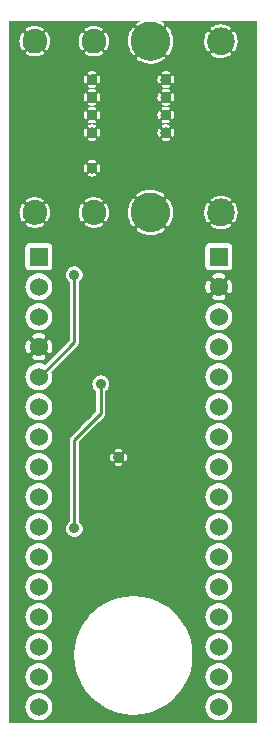
<source format=gbr>
G04 start of page 3 for group 5 idx 5 *
G04 Title: (unknown), bottom *
G04 Creator: pcb 1.99z *
G04 CreationDate: Fri 24 Jun 2011 08:49:47 AM GMT UTC *
G04 For: russ *
G04 Format: Gerber/RS-274X *
G04 PCB-Dimensions: 86614 238188 *
G04 PCB-Coordinate-Origin: lower left *
%MOIN*%
%FSLAX25Y25*%
%LNBOTTOM*%
%ADD39C,0.1063*%
%ADD38C,0.0677*%
%ADD37C,0.0380*%
%ADD36C,0.1575*%
%ADD35C,0.0360*%
%ADD34C,0.0360*%
%ADD33C,0.0913*%
%ADD32C,0.1299*%
%ADD31C,0.0817*%
%ADD30C,0.0600*%
%ADD29C,0.0100*%
%ADD28C,0.0200*%
G54D28*G36*
X77112Y236219D02*X84646D01*
Y1968D01*
X77112D01*
Y169163D01*
X77148Y169211D01*
X77407Y169641D01*
X77621Y170094D01*
X77793Y170564D01*
X77922Y171048D01*
X78008Y171542D01*
X78048Y172042D01*
X78044Y172543D01*
X77995Y173041D01*
X77901Y173533D01*
X77763Y174015D01*
X77582Y174483D01*
X77361Y174932D01*
X77112Y175339D01*
Y226249D01*
X77148Y226297D01*
X77407Y226727D01*
X77621Y227180D01*
X77793Y227650D01*
X77922Y228134D01*
X78008Y228628D01*
X78048Y229128D01*
X78044Y229629D01*
X77995Y230127D01*
X77901Y230619D01*
X77763Y231101D01*
X77582Y231569D01*
X77361Y232018D01*
X77112Y232425D01*
Y236219D01*
G37*
G36*
X75425D02*X77112D01*
Y232425D01*
X77099Y232446D01*
X77050Y232508D01*
X76991Y232562D01*
X76925Y232605D01*
X76853Y232638D01*
X76776Y232660D01*
X76698Y232668D01*
X76618Y232665D01*
X76541Y232649D01*
X76466Y232621D01*
X76397Y232582D01*
X76335Y232533D01*
X76281Y232474D01*
X76238Y232408D01*
X76205Y232336D01*
X76183Y232259D01*
X76175Y232181D01*
X76178Y232101D01*
X76194Y232024D01*
X76222Y231949D01*
X76262Y231881D01*
X76480Y231533D01*
X76662Y231165D01*
X76810Y230782D01*
X76922Y230387D01*
X76999Y229983D01*
X77040Y229575D01*
X77043Y229164D01*
X77010Y228755D01*
X76940Y228350D01*
X76834Y227953D01*
X76693Y227568D01*
X76518Y227196D01*
X76310Y226842D01*
X76271Y226775D01*
X76245Y226701D01*
X76230Y226623D01*
X76228Y226545D01*
X76238Y226466D01*
X76260Y226391D01*
X76294Y226320D01*
X76339Y226255D01*
X76393Y226198D01*
X76455Y226150D01*
X76524Y226112D01*
X76598Y226086D01*
X76676Y226071D01*
X76754Y226069D01*
X76833Y226079D01*
X76908Y226101D01*
X76979Y226135D01*
X77044Y226180D01*
X77101Y226234D01*
X77112Y226249D01*
Y175339D01*
X77099Y175360D01*
X77050Y175422D01*
X76991Y175476D01*
X76925Y175519D01*
X76853Y175552D01*
X76776Y175574D01*
X76698Y175582D01*
X76618Y175579D01*
X76541Y175563D01*
X76466Y175535D01*
X76397Y175496D01*
X76335Y175447D01*
X76281Y175388D01*
X76238Y175322D01*
X76205Y175250D01*
X76183Y175173D01*
X76175Y175095D01*
X76178Y175015D01*
X76194Y174938D01*
X76222Y174863D01*
X76262Y174795D01*
X76480Y174447D01*
X76662Y174079D01*
X76810Y173696D01*
X76922Y173301D01*
X76999Y172897D01*
X77040Y172489D01*
X77043Y172078D01*
X77010Y171669D01*
X76940Y171264D01*
X76834Y170867D01*
X76693Y170482D01*
X76518Y170110D01*
X76310Y169756D01*
X76271Y169689D01*
X76245Y169615D01*
X76230Y169537D01*
X76228Y169459D01*
X76238Y169380D01*
X76260Y169305D01*
X76294Y169234D01*
X76339Y169169D01*
X76393Y169112D01*
X76455Y169064D01*
X76524Y169026D01*
X76598Y169000D01*
X76676Y168985D01*
X76754Y168983D01*
X76833Y168993D01*
X76908Y169015D01*
X76979Y169049D01*
X77044Y169094D01*
X77101Y169148D01*
X77112Y169163D01*
Y1968D01*
X75425D01*
Y4781D01*
X75463Y4826D01*
X75833Y5430D01*
X76104Y6084D01*
X76269Y6773D01*
X76311Y7479D01*
X76269Y8185D01*
X76104Y8874D01*
X75833Y9528D01*
X75463Y10132D01*
X75425Y10177D01*
Y14781D01*
X75463Y14826D01*
X75833Y15430D01*
X76104Y16084D01*
X76269Y16773D01*
X76311Y17479D01*
X76269Y18185D01*
X76104Y18874D01*
X75833Y19528D01*
X75463Y20132D01*
X75425Y20177D01*
Y24781D01*
X75463Y24826D01*
X75833Y25430D01*
X76104Y26084D01*
X76269Y26773D01*
X76311Y27479D01*
X76269Y28185D01*
X76104Y28874D01*
X75833Y29528D01*
X75463Y30132D01*
X75425Y30177D01*
Y34781D01*
X75463Y34826D01*
X75833Y35430D01*
X76104Y36084D01*
X76269Y36773D01*
X76311Y37479D01*
X76269Y38185D01*
X76104Y38874D01*
X75833Y39528D01*
X75463Y40132D01*
X75425Y40177D01*
Y44781D01*
X75463Y44826D01*
X75833Y45430D01*
X76104Y46084D01*
X76269Y46773D01*
X76311Y47479D01*
X76269Y48185D01*
X76104Y48874D01*
X75833Y49528D01*
X75463Y50132D01*
X75425Y50177D01*
Y54781D01*
X75463Y54826D01*
X75833Y55430D01*
X76104Y56084D01*
X76269Y56773D01*
X76311Y57479D01*
X76269Y58185D01*
X76104Y58874D01*
X75833Y59528D01*
X75463Y60132D01*
X75425Y60177D01*
Y64781D01*
X75463Y64826D01*
X75833Y65430D01*
X76104Y66084D01*
X76269Y66773D01*
X76311Y67479D01*
X76269Y68185D01*
X76104Y68874D01*
X75833Y69528D01*
X75463Y70132D01*
X75425Y70177D01*
Y74781D01*
X75463Y74826D01*
X75833Y75430D01*
X76104Y76084D01*
X76269Y76773D01*
X76311Y77479D01*
X76269Y78185D01*
X76104Y78874D01*
X75833Y79528D01*
X75463Y80132D01*
X75425Y80177D01*
Y84781D01*
X75463Y84826D01*
X75833Y85430D01*
X76104Y86084D01*
X76269Y86773D01*
X76311Y87479D01*
X76269Y88185D01*
X76104Y88874D01*
X75833Y89528D01*
X75463Y90132D01*
X75425Y90177D01*
Y94781D01*
X75463Y94826D01*
X75833Y95430D01*
X76104Y96084D01*
X76269Y96773D01*
X76311Y97479D01*
X76269Y98185D01*
X76104Y98874D01*
X75833Y99528D01*
X75463Y100132D01*
X75425Y100177D01*
Y104781D01*
X75463Y104826D01*
X75833Y105430D01*
X76104Y106084D01*
X76269Y106773D01*
X76311Y107479D01*
X76269Y108185D01*
X76104Y108874D01*
X75833Y109528D01*
X75463Y110132D01*
X75425Y110177D01*
Y114781D01*
X75463Y114826D01*
X75833Y115430D01*
X76104Y116084D01*
X76269Y116773D01*
X76311Y117479D01*
X76269Y118185D01*
X76104Y118874D01*
X75833Y119528D01*
X75463Y120132D01*
X75425Y120177D01*
Y124781D01*
X75463Y124826D01*
X75833Y125430D01*
X76104Y126084D01*
X76269Y126773D01*
X76311Y127479D01*
X76269Y128185D01*
X76104Y128874D01*
X75833Y129528D01*
X75463Y130132D01*
X75425Y130177D01*
Y134781D01*
X75463Y134826D01*
X75833Y135430D01*
X76104Y136084D01*
X76269Y136773D01*
X76311Y137479D01*
X76269Y138185D01*
X76104Y138874D01*
X75833Y139528D01*
X75463Y140132D01*
X75425Y140177D01*
Y145337D01*
X75469Y145345D01*
X75581Y145382D01*
X75686Y145437D01*
X75781Y145507D01*
X75864Y145591D01*
X75932Y145687D01*
X75983Y145794D01*
X76130Y146200D01*
X76233Y146620D01*
X76295Y147048D01*
X76316Y147479D01*
X76295Y147911D01*
X76233Y148339D01*
X76130Y148759D01*
X75988Y149167D01*
X75934Y149273D01*
X75865Y149369D01*
X75782Y149454D01*
X75687Y149524D01*
X75582Y149579D01*
X75470Y149617D01*
X75425Y149624D01*
Y153110D01*
X75494Y153138D01*
X75695Y153262D01*
X75875Y153415D01*
X76028Y153595D01*
X76152Y153796D01*
X76242Y154014D01*
X76297Y154244D01*
X76311Y154479D01*
X76297Y160714D01*
X76242Y160944D01*
X76152Y161162D01*
X76028Y161363D01*
X75875Y161543D01*
X75695Y161696D01*
X75494Y161820D01*
X75425Y161848D01*
Y167519D01*
X75596Y167624D01*
X75658Y167673D01*
X75712Y167732D01*
X75755Y167798D01*
X75788Y167870D01*
X75810Y167947D01*
X75818Y168025D01*
X75815Y168105D01*
X75799Y168182D01*
X75771Y168257D01*
X75732Y168326D01*
X75683Y168388D01*
X75624Y168442D01*
X75558Y168485D01*
X75486Y168518D01*
X75425Y168535D01*
Y176027D01*
X75489Y176058D01*
X75554Y176103D01*
X75611Y176157D01*
X75659Y176219D01*
X75697Y176288D01*
X75723Y176362D01*
X75738Y176440D01*
X75740Y176518D01*
X75730Y176597D01*
X75708Y176672D01*
X75674Y176743D01*
X75629Y176808D01*
X75575Y176865D01*
X75512Y176912D01*
X75425Y176964D01*
Y224605D01*
X75596Y224710D01*
X75658Y224759D01*
X75712Y224818D01*
X75755Y224884D01*
X75788Y224956D01*
X75810Y225033D01*
X75818Y225111D01*
X75815Y225191D01*
X75799Y225268D01*
X75771Y225343D01*
X75732Y225412D01*
X75683Y225474D01*
X75624Y225528D01*
X75558Y225571D01*
X75486Y225604D01*
X75425Y225621D01*
Y233113D01*
X75489Y233144D01*
X75554Y233189D01*
X75611Y233243D01*
X75659Y233305D01*
X75697Y233374D01*
X75723Y233448D01*
X75738Y233526D01*
X75740Y233604D01*
X75730Y233683D01*
X75708Y233758D01*
X75674Y233829D01*
X75629Y233894D01*
X75575Y233951D01*
X75512Y233998D01*
X75425Y234050D01*
Y236219D01*
G37*
G36*
Y225621D02*X75409Y225626D01*
X75331Y225634D01*
X75251Y225631D01*
X75174Y225615D01*
X75099Y225587D01*
X75031Y225547D01*
X74683Y225329D01*
X74315Y225147D01*
X73932Y224999D01*
X73537Y224887D01*
X73133Y224810D01*
X72725Y224769D01*
X72519Y224767D01*
Y233892D01*
X72645Y233893D01*
X73054Y233860D01*
X73459Y233790D01*
X73856Y233684D01*
X74241Y233543D01*
X74613Y233368D01*
X74967Y233160D01*
X75034Y233121D01*
X75108Y233095D01*
X75186Y233080D01*
X75264Y233078D01*
X75343Y233088D01*
X75418Y233110D01*
X75425Y233113D01*
Y225621D01*
G37*
G36*
Y176964D02*X75082Y177171D01*
X74629Y177385D01*
X74159Y177557D01*
X73675Y177686D01*
X73181Y177772D01*
X72681Y177812D01*
X72519Y177811D01*
Y223763D01*
X72779Y223765D01*
X73277Y223814D01*
X73769Y223908D01*
X74251Y224046D01*
X74719Y224227D01*
X75168Y224448D01*
X75425Y224605D01*
Y176964D01*
G37*
G36*
Y168535D02*X75409Y168540D01*
X75331Y168548D01*
X75251Y168545D01*
X75174Y168529D01*
X75099Y168501D01*
X75031Y168461D01*
X74683Y168243D01*
X74315Y168061D01*
X73932Y167913D01*
X73537Y167801D01*
X73133Y167724D01*
X72725Y167683D01*
X72519Y167681D01*
Y176806D01*
X72645Y176807D01*
X73054Y176774D01*
X73459Y176704D01*
X73856Y176598D01*
X74241Y176457D01*
X74613Y176282D01*
X74967Y176074D01*
X75034Y176035D01*
X75108Y176009D01*
X75186Y175994D01*
X75264Y175992D01*
X75343Y176002D01*
X75418Y176024D01*
X75425Y176027D01*
Y168535D01*
G37*
G36*
Y161848D02*X75276Y161910D01*
X75046Y161965D01*
X74811Y161979D01*
X72519Y161974D01*
Y166677D01*
X72779Y166679D01*
X73277Y166728D01*
X73769Y166822D01*
X74251Y166960D01*
X74719Y167141D01*
X75168Y167362D01*
X75425Y167519D01*
Y161848D01*
G37*
G36*
Y140177D02*X75003Y140671D01*
X74464Y141131D01*
X73860Y141501D01*
X73206Y141772D01*
X72519Y141937D01*
Y143035D01*
X72670Y143057D01*
X73090Y143160D01*
X73498Y143302D01*
X73604Y143356D01*
X73700Y143425D01*
X73785Y143508D01*
X73855Y143603D01*
X73910Y143708D01*
X73948Y143820D01*
X73967Y143937D01*
X73968Y144056D01*
X73951Y144173D01*
X73915Y144286D01*
X73862Y144392D01*
X73793Y144488D01*
X73710Y144573D01*
X73615Y144643D01*
X73510Y144698D01*
X73398Y144736D01*
X73281Y144755D01*
X73162Y144756D01*
X73045Y144739D01*
X72933Y144701D01*
X72663Y144603D01*
X72519Y144568D01*
Y150391D01*
X72663Y150356D01*
X72934Y150261D01*
X73046Y150222D01*
X73163Y150205D01*
X73281Y150206D01*
X73397Y150226D01*
X73509Y150263D01*
X73614Y150318D01*
X73709Y150388D01*
X73792Y150472D01*
X73860Y150568D01*
X73913Y150674D01*
X73949Y150787D01*
X73966Y150904D01*
X73965Y151022D01*
X73945Y151138D01*
X73908Y151250D01*
X73853Y151355D01*
X73783Y151450D01*
X73699Y151533D01*
X73603Y151601D01*
X73496Y151652D01*
X73090Y151799D01*
X72670Y151902D01*
X72519Y151924D01*
Y152987D01*
X75046Y152993D01*
X75276Y153048D01*
X75425Y153110D01*
Y149624D01*
X75353Y149636D01*
X75234Y149637D01*
X75117Y149620D01*
X75004Y149584D01*
X74898Y149531D01*
X74802Y149462D01*
X74717Y149379D01*
X74647Y149284D01*
X74592Y149179D01*
X74554Y149067D01*
X74535Y148950D01*
X74534Y148831D01*
X74551Y148714D01*
X74589Y148602D01*
X74687Y148332D01*
X74755Y148052D01*
X74797Y147767D01*
X74811Y147479D01*
X74797Y147192D01*
X74755Y146907D01*
X74687Y146627D01*
X74592Y146356D01*
X74553Y146244D01*
X74536Y146127D01*
X74537Y146009D01*
X74557Y145893D01*
X74594Y145781D01*
X74649Y145676D01*
X74719Y145581D01*
X74803Y145498D01*
X74899Y145430D01*
X75005Y145377D01*
X75118Y145341D01*
X75235Y145324D01*
X75353Y145325D01*
X75425Y145337D01*
Y140177D01*
G37*
G36*
Y130177D02*X75003Y130671D01*
X74464Y131131D01*
X73860Y131501D01*
X73206Y131772D01*
X72519Y131937D01*
Y133021D01*
X73206Y133186D01*
X73860Y133457D01*
X74464Y133827D01*
X75003Y134287D01*
X75425Y134781D01*
Y130177D01*
G37*
G36*
Y120177D02*X75003Y120671D01*
X74464Y121131D01*
X73860Y121501D01*
X73206Y121772D01*
X72519Y121937D01*
Y123021D01*
X73206Y123186D01*
X73860Y123457D01*
X74464Y123827D01*
X75003Y124287D01*
X75425Y124781D01*
Y120177D01*
G37*
G36*
Y110177D02*X75003Y110671D01*
X74464Y111131D01*
X73860Y111501D01*
X73206Y111772D01*
X72519Y111937D01*
Y113021D01*
X73206Y113186D01*
X73860Y113457D01*
X74464Y113827D01*
X75003Y114287D01*
X75425Y114781D01*
Y110177D01*
G37*
G36*
Y100177D02*X75003Y100671D01*
X74464Y101131D01*
X73860Y101501D01*
X73206Y101772D01*
X72519Y101937D01*
Y103021D01*
X73206Y103186D01*
X73860Y103457D01*
X74464Y103827D01*
X75003Y104287D01*
X75425Y104781D01*
Y100177D01*
G37*
G36*
Y90177D02*X75003Y90671D01*
X74464Y91131D01*
X73860Y91501D01*
X73206Y91772D01*
X72519Y91937D01*
Y93021D01*
X73206Y93186D01*
X73860Y93457D01*
X74464Y93827D01*
X75003Y94287D01*
X75425Y94781D01*
Y90177D01*
G37*
G36*
Y80177D02*X75003Y80671D01*
X74464Y81131D01*
X73860Y81501D01*
X73206Y81772D01*
X72519Y81937D01*
Y83021D01*
X73206Y83186D01*
X73860Y83457D01*
X74464Y83827D01*
X75003Y84287D01*
X75425Y84781D01*
Y80177D01*
G37*
G36*
Y70177D02*X75003Y70671D01*
X74464Y71131D01*
X73860Y71501D01*
X73206Y71772D01*
X72519Y71937D01*
Y73021D01*
X73206Y73186D01*
X73860Y73457D01*
X74464Y73827D01*
X75003Y74287D01*
X75425Y74781D01*
Y70177D01*
G37*
G36*
Y60177D02*X75003Y60671D01*
X74464Y61131D01*
X73860Y61501D01*
X73206Y61772D01*
X72519Y61937D01*
Y63021D01*
X73206Y63186D01*
X73860Y63457D01*
X74464Y63827D01*
X75003Y64287D01*
X75425Y64781D01*
Y60177D01*
G37*
G36*
Y50177D02*X75003Y50671D01*
X74464Y51131D01*
X73860Y51501D01*
X73206Y51772D01*
X72519Y51937D01*
Y53021D01*
X73206Y53186D01*
X73860Y53457D01*
X74464Y53827D01*
X75003Y54287D01*
X75425Y54781D01*
Y50177D01*
G37*
G36*
Y40177D02*X75003Y40671D01*
X74464Y41131D01*
X73860Y41501D01*
X73206Y41772D01*
X72519Y41937D01*
Y43021D01*
X73206Y43186D01*
X73860Y43457D01*
X74464Y43827D01*
X75003Y44287D01*
X75425Y44781D01*
Y40177D01*
G37*
G36*
Y30177D02*X75003Y30671D01*
X74464Y31131D01*
X73860Y31501D01*
X73206Y31772D01*
X72519Y31937D01*
Y33021D01*
X73206Y33186D01*
X73860Y33457D01*
X74464Y33827D01*
X75003Y34287D01*
X75425Y34781D01*
Y30177D01*
G37*
G36*
Y20177D02*X75003Y20671D01*
X74464Y21131D01*
X73860Y21501D01*
X73206Y21772D01*
X72519Y21937D01*
Y23021D01*
X73206Y23186D01*
X73860Y23457D01*
X74464Y23827D01*
X75003Y24287D01*
X75425Y24781D01*
Y20177D01*
G37*
G36*
Y10177D02*X75003Y10671D01*
X74464Y11131D01*
X73860Y11501D01*
X73206Y11772D01*
X72519Y11937D01*
Y13021D01*
X73206Y13186D01*
X73860Y13457D01*
X74464Y13827D01*
X75003Y14287D01*
X75425Y14781D01*
Y10177D01*
G37*
G36*
Y1968D02*X72519D01*
Y3021D01*
X73206Y3186D01*
X73860Y3457D01*
X74464Y3827D01*
X75003Y4287D01*
X75425Y4781D01*
Y1968D01*
G37*
G36*
X72519Y236219D02*X75425D01*
Y234050D01*
X75082Y234257D01*
X74629Y234471D01*
X74159Y234643D01*
X73675Y234772D01*
X73181Y234858D01*
X72681Y234898D01*
X72519Y234897D01*
Y236219D01*
G37*
G36*
X67848Y5334D02*X68159Y4826D01*
X68619Y4287D01*
X69158Y3827D01*
X69762Y3457D01*
X70416Y3186D01*
X71105Y3021D01*
X71811Y2965D01*
X72517Y3021D01*
X72519D01*
Y1968D01*
X67848D01*
Y5334D01*
G37*
G36*
Y15334D02*X68159Y14826D01*
X68619Y14287D01*
X69158Y13827D01*
X69762Y13457D01*
X70416Y13186D01*
X71105Y13021D01*
X71811Y12965D01*
X72517Y13021D01*
X72519D01*
Y11937D01*
X72517D01*
X71811Y11993D01*
X71105Y11937D01*
X70416Y11772D01*
X69762Y11501D01*
X69158Y11131D01*
X68619Y10671D01*
X68159Y10132D01*
X67848Y9624D01*
Y15334D01*
G37*
G36*
Y25334D02*X68159Y24826D01*
X68619Y24287D01*
X69158Y23827D01*
X69762Y23457D01*
X70416Y23186D01*
X71105Y23021D01*
X71811Y22965D01*
X72517Y23021D01*
X72519D01*
Y21937D01*
X72517D01*
X71811Y21993D01*
X71105Y21937D01*
X70416Y21772D01*
X69762Y21501D01*
X69158Y21131D01*
X68619Y20671D01*
X68159Y20132D01*
X67848Y19624D01*
Y25334D01*
G37*
G36*
Y35334D02*X68159Y34826D01*
X68619Y34287D01*
X69158Y33827D01*
X69762Y33457D01*
X70416Y33186D01*
X71105Y33021D01*
X71811Y32965D01*
X72517Y33021D01*
X72519D01*
Y31937D01*
X72517D01*
X71811Y31993D01*
X71105Y31937D01*
X70416Y31772D01*
X69762Y31501D01*
X69158Y31131D01*
X68619Y30671D01*
X68159Y30132D01*
X67848Y29624D01*
Y35334D01*
G37*
G36*
Y45334D02*X68159Y44826D01*
X68619Y44287D01*
X69158Y43827D01*
X69762Y43457D01*
X70416Y43186D01*
X71105Y43021D01*
X71811Y42965D01*
X72517Y43021D01*
X72519D01*
Y41937D01*
X72517D01*
X71811Y41993D01*
X71105Y41937D01*
X70416Y41772D01*
X69762Y41501D01*
X69158Y41131D01*
X68619Y40671D01*
X68159Y40132D01*
X67848Y39624D01*
Y45334D01*
G37*
G36*
Y55334D02*X68159Y54826D01*
X68619Y54287D01*
X69158Y53827D01*
X69762Y53457D01*
X70416Y53186D01*
X71105Y53021D01*
X71811Y52965D01*
X72517Y53021D01*
X72519D01*
Y51937D01*
X72517D01*
X71811Y51993D01*
X71105Y51937D01*
X70416Y51772D01*
X69762Y51501D01*
X69158Y51131D01*
X68619Y50671D01*
X68159Y50132D01*
X67848Y49624D01*
Y55334D01*
G37*
G36*
Y65334D02*X68159Y64826D01*
X68619Y64287D01*
X69158Y63827D01*
X69762Y63457D01*
X70416Y63186D01*
X71105Y63021D01*
X71811Y62965D01*
X72517Y63021D01*
X72519D01*
Y61937D01*
X72517D01*
X71811Y61993D01*
X71105Y61937D01*
X70416Y61772D01*
X69762Y61501D01*
X69158Y61131D01*
X68619Y60671D01*
X68159Y60132D01*
X67848Y59624D01*
Y65334D01*
G37*
G36*
Y75334D02*X68159Y74826D01*
X68619Y74287D01*
X69158Y73827D01*
X69762Y73457D01*
X70416Y73186D01*
X71105Y73021D01*
X71811Y72965D01*
X72517Y73021D01*
X72519D01*
Y71937D01*
X72517D01*
X71811Y71993D01*
X71105Y71937D01*
X70416Y71772D01*
X69762Y71501D01*
X69158Y71131D01*
X68619Y70671D01*
X68159Y70132D01*
X67848Y69624D01*
Y75334D01*
G37*
G36*
Y85334D02*X68159Y84826D01*
X68619Y84287D01*
X69158Y83827D01*
X69762Y83457D01*
X70416Y83186D01*
X71105Y83021D01*
X71811Y82965D01*
X72517Y83021D01*
X72519D01*
Y81937D01*
X72517D01*
X71811Y81993D01*
X71105Y81937D01*
X70416Y81772D01*
X69762Y81501D01*
X69158Y81131D01*
X68619Y80671D01*
X68159Y80132D01*
X67848Y79624D01*
Y85334D01*
G37*
G36*
Y95334D02*X68159Y94826D01*
X68619Y94287D01*
X69158Y93827D01*
X69762Y93457D01*
X70416Y93186D01*
X71105Y93021D01*
X71811Y92965D01*
X72517Y93021D01*
X72519D01*
Y91937D01*
X72517D01*
X71811Y91993D01*
X71105Y91937D01*
X70416Y91772D01*
X69762Y91501D01*
X69158Y91131D01*
X68619Y90671D01*
X68159Y90132D01*
X67848Y89624D01*
Y95334D01*
G37*
G36*
Y105334D02*X68159Y104826D01*
X68619Y104287D01*
X69158Y103827D01*
X69762Y103457D01*
X70416Y103186D01*
X71105Y103021D01*
X71811Y102965D01*
X72517Y103021D01*
X72519D01*
Y101937D01*
X72517D01*
X71811Y101993D01*
X71105Y101937D01*
X70416Y101772D01*
X69762Y101501D01*
X69158Y101131D01*
X68619Y100671D01*
X68159Y100132D01*
X67848Y99624D01*
Y105334D01*
G37*
G36*
Y115334D02*X68159Y114826D01*
X68619Y114287D01*
X69158Y113827D01*
X69762Y113457D01*
X70416Y113186D01*
X71105Y113021D01*
X71811Y112965D01*
X72517Y113021D01*
X72519D01*
Y111937D01*
X72517D01*
X71811Y111993D01*
X71105Y111937D01*
X70416Y111772D01*
X69762Y111501D01*
X69158Y111131D01*
X68619Y110671D01*
X68159Y110132D01*
X67848Y109624D01*
Y115334D01*
G37*
G36*
Y125334D02*X68159Y124826D01*
X68619Y124287D01*
X69158Y123827D01*
X69762Y123457D01*
X70416Y123186D01*
X71105Y123021D01*
X71811Y122965D01*
X72517Y123021D01*
X72519D01*
Y121937D01*
X72517D01*
X71811Y121993D01*
X71105Y121937D01*
X70416Y121772D01*
X69762Y121501D01*
X69158Y121131D01*
X68619Y120671D01*
X68159Y120132D01*
X67848Y119624D01*
Y125334D01*
G37*
G36*
Y135334D02*X68159Y134826D01*
X68619Y134287D01*
X69158Y133827D01*
X69762Y133457D01*
X70416Y133186D01*
X71105Y133021D01*
X71811Y132965D01*
X72517Y133021D01*
X72519D01*
Y131937D01*
X72517D01*
X71811Y131993D01*
X71105Y131937D01*
X70416Y131772D01*
X69762Y131501D01*
X69158Y131131D01*
X68619Y130671D01*
X68159Y130132D01*
X67848Y129624D01*
Y135334D01*
G37*
G36*
Y153329D02*X67927Y153262D01*
X68128Y153138D01*
X68346Y153048D01*
X68576Y152993D01*
X68811Y152979D01*
X72519Y152987D01*
Y151924D01*
X72242Y151964D01*
X71811Y151985D01*
X71379Y151964D01*
X70951Y151902D01*
X70531Y151799D01*
X70123Y151657D01*
X70017Y151603D01*
X69921Y151534D01*
X69836Y151451D01*
X69766Y151356D01*
X69711Y151251D01*
X69673Y151139D01*
X69654Y151022D01*
X69653Y150903D01*
X69670Y150786D01*
X69706Y150673D01*
X69759Y150567D01*
X69828Y150471D01*
X69911Y150386D01*
X70006Y150316D01*
X70111Y150261D01*
X70223Y150223D01*
X70340Y150204D01*
X70459Y150203D01*
X70576Y150220D01*
X70688Y150258D01*
X70958Y150356D01*
X71238Y150424D01*
X71523Y150466D01*
X71811Y150479D01*
X72098Y150466D01*
X72383Y150424D01*
X72519Y150391D01*
Y144568D01*
X72383Y144535D01*
X72098Y144493D01*
X71811Y144479D01*
X71523Y144493D01*
X71238Y144535D01*
X70958Y144603D01*
X70687Y144698D01*
X70575Y144737D01*
X70458Y144754D01*
X70340Y144753D01*
X70224Y144733D01*
X70112Y144696D01*
X70007Y144641D01*
X69912Y144571D01*
X69829Y144487D01*
X69761Y144391D01*
X69708Y144285D01*
X69672Y144172D01*
X69655Y144055D01*
X69656Y143937D01*
X69676Y143821D01*
X69713Y143709D01*
X69768Y143604D01*
X69838Y143509D01*
X69922Y143426D01*
X70018Y143358D01*
X70125Y143307D01*
X70531Y143160D01*
X70951Y143057D01*
X71379Y142995D01*
X71811Y142974D01*
X72242Y142995D01*
X72519Y143035D01*
Y141937D01*
X72517D01*
X71811Y141993D01*
X71105Y141937D01*
X70416Y141772D01*
X69762Y141501D01*
X69158Y141131D01*
X68619Y140671D01*
X68159Y140132D01*
X67848Y139624D01*
Y145498D01*
X67934Y145435D01*
X68039Y145380D01*
X68151Y145342D01*
X68268Y145323D01*
X68387Y145322D01*
X68504Y145339D01*
X68617Y145375D01*
X68723Y145428D01*
X68819Y145497D01*
X68904Y145580D01*
X68974Y145675D01*
X69029Y145780D01*
X69067Y145892D01*
X69086Y146009D01*
X69087Y146128D01*
X69070Y146245D01*
X69032Y146357D01*
X68934Y146627D01*
X68866Y146907D01*
X68824Y147192D01*
X68811Y147479D01*
X68824Y147767D01*
X68866Y148052D01*
X68934Y148332D01*
X69029Y148603D01*
X69068Y148715D01*
X69085Y148832D01*
X69084Y148950D01*
X69064Y149066D01*
X69027Y149178D01*
X68972Y149283D01*
X68902Y149378D01*
X68818Y149461D01*
X68722Y149529D01*
X68616Y149582D01*
X68503Y149618D01*
X68386Y149635D01*
X68268Y149634D01*
X68152Y149614D01*
X68040Y149577D01*
X67935Y149522D01*
X67848Y149458D01*
Y153329D01*
G37*
G36*
Y236219D02*X72519D01*
Y234897D01*
X72180Y234894D01*
X71682Y234845D01*
X71190Y234751D01*
X70708Y234613D01*
X70240Y234432D01*
X69791Y234211D01*
X69363Y233949D01*
X69301Y233900D01*
X69247Y233841D01*
X69204Y233775D01*
X69171Y233703D01*
X69149Y233626D01*
X69141Y233548D01*
X69144Y233468D01*
X69160Y233391D01*
X69188Y233316D01*
X69227Y233247D01*
X69276Y233185D01*
X69335Y233131D01*
X69401Y233088D01*
X69473Y233055D01*
X69550Y233033D01*
X69628Y233025D01*
X69708Y233028D01*
X69785Y233044D01*
X69860Y233072D01*
X69928Y233112D01*
X70276Y233330D01*
X70644Y233512D01*
X71027Y233660D01*
X71422Y233772D01*
X71826Y233849D01*
X72234Y233890D01*
X72519Y233892D01*
Y224767D01*
X72314Y224766D01*
X71905Y224799D01*
X71500Y224869D01*
X71103Y224975D01*
X70718Y225116D01*
X70346Y225291D01*
X69992Y225499D01*
X69925Y225538D01*
X69851Y225564D01*
X69773Y225579D01*
X69695Y225581D01*
X69616Y225571D01*
X69541Y225549D01*
X69470Y225515D01*
X69405Y225470D01*
X69348Y225416D01*
X69300Y225354D01*
X69262Y225285D01*
X69236Y225211D01*
X69221Y225133D01*
X69219Y225055D01*
X69229Y224976D01*
X69251Y224901D01*
X69285Y224830D01*
X69330Y224765D01*
X69384Y224708D01*
X69447Y224661D01*
X69877Y224402D01*
X70330Y224188D01*
X70800Y224016D01*
X71284Y223887D01*
X71778Y223801D01*
X72278Y223761D01*
X72519Y223763D01*
Y177811D01*
X72180Y177808D01*
X71682Y177759D01*
X71190Y177665D01*
X70708Y177527D01*
X70240Y177346D01*
X69791Y177125D01*
X69363Y176863D01*
X69301Y176814D01*
X69247Y176755D01*
X69204Y176689D01*
X69171Y176617D01*
X69149Y176540D01*
X69141Y176462D01*
X69144Y176382D01*
X69160Y176305D01*
X69188Y176230D01*
X69227Y176161D01*
X69276Y176099D01*
X69335Y176045D01*
X69401Y176002D01*
X69473Y175969D01*
X69550Y175947D01*
X69628Y175939D01*
X69708Y175942D01*
X69785Y175958D01*
X69860Y175986D01*
X69928Y176026D01*
X70276Y176244D01*
X70644Y176426D01*
X71027Y176574D01*
X71422Y176686D01*
X71826Y176763D01*
X72234Y176804D01*
X72519Y176806D01*
Y167681D01*
X72314Y167680D01*
X71905Y167713D01*
X71500Y167783D01*
X71103Y167889D01*
X70718Y168030D01*
X70346Y168205D01*
X69992Y168413D01*
X69925Y168452D01*
X69851Y168478D01*
X69773Y168493D01*
X69695Y168495D01*
X69616Y168485D01*
X69541Y168463D01*
X69470Y168429D01*
X69405Y168384D01*
X69348Y168330D01*
X69300Y168268D01*
X69262Y168199D01*
X69236Y168125D01*
X69221Y168047D01*
X69219Y167969D01*
X69229Y167890D01*
X69251Y167815D01*
X69285Y167744D01*
X69330Y167679D01*
X69384Y167622D01*
X69447Y167575D01*
X69877Y167316D01*
X70330Y167102D01*
X70800Y166930D01*
X71284Y166801D01*
X71778Y166715D01*
X72278Y166675D01*
X72519Y166677D01*
Y161974D01*
X68576Y161965D01*
X68346Y161910D01*
X68128Y161820D01*
X67927Y161696D01*
X67848Y161629D01*
Y169147D01*
X67860Y169127D01*
X67909Y169065D01*
X67968Y169011D01*
X68034Y168968D01*
X68106Y168935D01*
X68183Y168913D01*
X68261Y168905D01*
X68341Y168908D01*
X68418Y168924D01*
X68493Y168952D01*
X68562Y168991D01*
X68624Y169040D01*
X68678Y169099D01*
X68721Y169165D01*
X68754Y169237D01*
X68776Y169314D01*
X68784Y169392D01*
X68781Y169472D01*
X68765Y169549D01*
X68737Y169624D01*
X68697Y169692D01*
X68479Y170040D01*
X68297Y170408D01*
X68149Y170791D01*
X68037Y171186D01*
X67960Y171590D01*
X67919Y171998D01*
X67916Y172409D01*
X67949Y172818D01*
X68019Y173223D01*
X68125Y173620D01*
X68266Y174005D01*
X68441Y174377D01*
X68649Y174731D01*
X68688Y174798D01*
X68714Y174872D01*
X68729Y174950D01*
X68731Y175028D01*
X68721Y175107D01*
X68699Y175182D01*
X68665Y175253D01*
X68620Y175318D01*
X68566Y175375D01*
X68504Y175423D01*
X68435Y175461D01*
X68361Y175487D01*
X68283Y175502D01*
X68205Y175504D01*
X68126Y175494D01*
X68051Y175472D01*
X67980Y175438D01*
X67915Y175393D01*
X67858Y175339D01*
X67848Y175326D01*
Y226233D01*
X67860Y226213D01*
X67909Y226151D01*
X67968Y226097D01*
X68034Y226054D01*
X68106Y226021D01*
X68183Y225999D01*
X68261Y225991D01*
X68341Y225994D01*
X68418Y226010D01*
X68493Y226038D01*
X68562Y226077D01*
X68624Y226126D01*
X68678Y226185D01*
X68721Y226251D01*
X68754Y226323D01*
X68776Y226400D01*
X68784Y226478D01*
X68781Y226558D01*
X68765Y226635D01*
X68737Y226710D01*
X68697Y226778D01*
X68479Y227126D01*
X68297Y227494D01*
X68149Y227877D01*
X68037Y228272D01*
X67960Y228676D01*
X67919Y229084D01*
X67916Y229495D01*
X67949Y229904D01*
X68019Y230309D01*
X68125Y230706D01*
X68266Y231091D01*
X68441Y231463D01*
X68649Y231817D01*
X68688Y231884D01*
X68714Y231958D01*
X68729Y232036D01*
X68731Y232114D01*
X68721Y232193D01*
X68699Y232268D01*
X68665Y232339D01*
X68620Y232404D01*
X68566Y232461D01*
X68504Y232509D01*
X68435Y232547D01*
X68361Y232573D01*
X68283Y232588D01*
X68205Y232590D01*
X68126Y232580D01*
X68051Y232558D01*
X67980Y232524D01*
X67915Y232479D01*
X67858Y232425D01*
X67848Y232412D01*
Y236219D01*
G37*
G36*
X56364D02*X67848D01*
Y232412D01*
X67811Y232362D01*
X67552Y231932D01*
X67338Y231479D01*
X67166Y231009D01*
X67037Y230525D01*
X66951Y230031D01*
X66911Y229531D01*
X66915Y229030D01*
X66964Y228532D01*
X67058Y228040D01*
X67196Y227558D01*
X67377Y227090D01*
X67598Y226641D01*
X67848Y226233D01*
Y175326D01*
X67811Y175276D01*
X67552Y174846D01*
X67338Y174393D01*
X67166Y173923D01*
X67037Y173439D01*
X66951Y172945D01*
X66911Y172445D01*
X66915Y171944D01*
X66964Y171446D01*
X67058Y170954D01*
X67196Y170472D01*
X67377Y170004D01*
X67598Y169555D01*
X67848Y169147D01*
Y161629D01*
X67747Y161543D01*
X67594Y161363D01*
X67470Y161162D01*
X67380Y160944D01*
X67325Y160714D01*
X67311Y160479D01*
X67325Y154244D01*
X67380Y154014D01*
X67470Y153796D01*
X67594Y153595D01*
X67747Y153415D01*
X67848Y153329D01*
Y149458D01*
X67840Y149452D01*
X67757Y149368D01*
X67689Y149272D01*
X67638Y149165D01*
X67491Y148759D01*
X67388Y148339D01*
X67326Y147911D01*
X67305Y147479D01*
X67326Y147048D01*
X67388Y146620D01*
X67491Y146200D01*
X67633Y145792D01*
X67687Y145686D01*
X67756Y145590D01*
X67839Y145505D01*
X67848Y145498D01*
Y139624D01*
X67789Y139528D01*
X67518Y138874D01*
X67353Y138185D01*
X67297Y137479D01*
X67353Y136773D01*
X67518Y136084D01*
X67789Y135430D01*
X67848Y135334D01*
Y129624D01*
X67789Y129528D01*
X67518Y128874D01*
X67353Y128185D01*
X67297Y127479D01*
X67353Y126773D01*
X67518Y126084D01*
X67789Y125430D01*
X67848Y125334D01*
Y119624D01*
X67789Y119528D01*
X67518Y118874D01*
X67353Y118185D01*
X67297Y117479D01*
X67353Y116773D01*
X67518Y116084D01*
X67789Y115430D01*
X67848Y115334D01*
Y109624D01*
X67789Y109528D01*
X67518Y108874D01*
X67353Y108185D01*
X67297Y107479D01*
X67353Y106773D01*
X67518Y106084D01*
X67789Y105430D01*
X67848Y105334D01*
Y99624D01*
X67789Y99528D01*
X67518Y98874D01*
X67353Y98185D01*
X67297Y97479D01*
X67353Y96773D01*
X67518Y96084D01*
X67789Y95430D01*
X67848Y95334D01*
Y89624D01*
X67789Y89528D01*
X67518Y88874D01*
X67353Y88185D01*
X67297Y87479D01*
X67353Y86773D01*
X67518Y86084D01*
X67789Y85430D01*
X67848Y85334D01*
Y79624D01*
X67789Y79528D01*
X67518Y78874D01*
X67353Y78185D01*
X67297Y77479D01*
X67353Y76773D01*
X67518Y76084D01*
X67789Y75430D01*
X67848Y75334D01*
Y69624D01*
X67789Y69528D01*
X67518Y68874D01*
X67353Y68185D01*
X67297Y67479D01*
X67353Y66773D01*
X67518Y66084D01*
X67789Y65430D01*
X67848Y65334D01*
Y59624D01*
X67789Y59528D01*
X67518Y58874D01*
X67353Y58185D01*
X67297Y57479D01*
X67353Y56773D01*
X67518Y56084D01*
X67789Y55430D01*
X67848Y55334D01*
Y49624D01*
X67789Y49528D01*
X67518Y48874D01*
X67353Y48185D01*
X67297Y47479D01*
X67353Y46773D01*
X67518Y46084D01*
X67789Y45430D01*
X67848Y45334D01*
Y39624D01*
X67789Y39528D01*
X67518Y38874D01*
X67353Y38185D01*
X67297Y37479D01*
X67353Y36773D01*
X67518Y36084D01*
X67789Y35430D01*
X67848Y35334D01*
Y29624D01*
X67789Y29528D01*
X67518Y28874D01*
X67353Y28185D01*
X67297Y27479D01*
X67353Y26773D01*
X67518Y26084D01*
X67789Y25430D01*
X67848Y25334D01*
Y19624D01*
X67789Y19528D01*
X67518Y18874D01*
X67353Y18185D01*
X67297Y17479D01*
X67353Y16773D01*
X67518Y16084D01*
X67789Y15430D01*
X67848Y15334D01*
Y9624D01*
X67789Y9528D01*
X67518Y8874D01*
X67353Y8185D01*
X67297Y7479D01*
X67353Y6773D01*
X67518Y6084D01*
X67789Y5430D01*
X67848Y5334D01*
Y1968D01*
X56364D01*
Y9870D01*
X57269Y10643D01*
X59282Y12999D01*
X60901Y15641D01*
X62086Y18503D01*
X62810Y21516D01*
X62992Y24605D01*
X62810Y27694D01*
X62086Y30707D01*
X60901Y33569D01*
X59282Y36211D01*
X57269Y38567D01*
X56364Y39340D01*
Y170756D01*
X56407Y170950D01*
X56494Y171627D01*
X56519Y172309D01*
X56482Y172991D01*
X56383Y173666D01*
X56364Y173745D01*
Y197536D01*
X56433Y197550D01*
X56507Y197577D01*
X56576Y197616D01*
X56637Y197665D01*
X56690Y197723D01*
X56734Y197789D01*
X56765Y197861D01*
X56841Y198093D01*
X56894Y198332D01*
X56926Y198574D01*
X56936Y198818D01*
X56926Y199063D01*
X56894Y199305D01*
X56841Y199544D01*
X56767Y199777D01*
X56736Y199848D01*
X56692Y199914D01*
X56639Y199973D01*
X56577Y200022D01*
X56508Y200061D01*
X56435Y200089D01*
X56364Y200104D01*
Y203441D01*
X56433Y203455D01*
X56507Y203482D01*
X56576Y203521D01*
X56637Y203570D01*
X56690Y203628D01*
X56734Y203694D01*
X56765Y203766D01*
X56841Y203998D01*
X56894Y204237D01*
X56926Y204479D01*
X56936Y204723D01*
X56926Y204968D01*
X56894Y205210D01*
X56841Y205449D01*
X56767Y205682D01*
X56736Y205753D01*
X56692Y205819D01*
X56639Y205878D01*
X56577Y205927D01*
X56508Y205966D01*
X56435Y205994D01*
X56364Y206009D01*
Y209347D01*
X56433Y209361D01*
X56507Y209388D01*
X56576Y209427D01*
X56637Y209476D01*
X56690Y209534D01*
X56734Y209600D01*
X56765Y209672D01*
X56841Y209904D01*
X56894Y210143D01*
X56926Y210385D01*
X56936Y210629D01*
X56926Y210874D01*
X56894Y211116D01*
X56841Y211355D01*
X56767Y211588D01*
X56736Y211659D01*
X56692Y211725D01*
X56639Y211784D01*
X56577Y211833D01*
X56508Y211872D01*
X56435Y211900D01*
X56364Y211915D01*
Y215252D01*
X56433Y215266D01*
X56507Y215293D01*
X56576Y215332D01*
X56637Y215381D01*
X56690Y215439D01*
X56734Y215505D01*
X56765Y215577D01*
X56841Y215809D01*
X56894Y216048D01*
X56926Y216290D01*
X56936Y216534D01*
X56926Y216779D01*
X56894Y217021D01*
X56841Y217260D01*
X56767Y217493D01*
X56736Y217564D01*
X56692Y217630D01*
X56639Y217689D01*
X56577Y217738D01*
X56508Y217777D01*
X56435Y217805D01*
X56364Y217820D01*
Y227842D01*
X56407Y228036D01*
X56494Y228713D01*
X56519Y229395D01*
X56482Y230077D01*
X56383Y230752D01*
X56364Y230831D01*
Y236219D01*
G37*
G36*
Y173745D02*X56223Y174330D01*
X56004Y174976D01*
X55727Y175600D01*
X55394Y176196D01*
X55008Y176759D01*
X54956Y176820D01*
X54895Y176871D01*
X54826Y176911D01*
X54752Y176940D01*
X54674Y176958D01*
X54594Y176962D01*
X54515Y176955D01*
X54438Y176935D01*
X54364Y176903D01*
X54297Y176860D01*
X54237Y176807D01*
X54186Y176746D01*
X54146Y176677D01*
X54135Y176649D01*
Y196016D01*
X54378Y196026D01*
X54620Y196058D01*
X54859Y196111D01*
X55092Y196185D01*
X55163Y196216D01*
X55229Y196260D01*
X55288Y196313D01*
X55337Y196375D01*
X55376Y196444D01*
X55404Y196517D01*
X55420Y196595D01*
X55423Y196674D01*
X55414Y196752D01*
X55393Y196829D01*
X55361Y196900D01*
X55317Y196966D01*
X55264Y197025D01*
X55202Y197074D01*
X55133Y197113D01*
X55060Y197141D01*
X54982Y197157D01*
X54903Y197160D01*
X54825Y197151D01*
X54749Y197129D01*
X54599Y197080D01*
X54446Y197046D01*
X54290Y197025D01*
X54135Y197018D01*
Y200618D01*
X54290Y200612D01*
X54446Y200591D01*
X54599Y200557D01*
X54749Y200510D01*
X54824Y200488D01*
X54903Y200479D01*
X54981Y200482D01*
X55058Y200498D01*
X55132Y200525D01*
X55201Y200564D01*
X55262Y200613D01*
X55315Y200671D01*
X55359Y200737D01*
X55391Y200808D01*
X55412Y200884D01*
X55421Y200963D01*
X55418Y201041D01*
X55402Y201118D01*
X55375Y201192D01*
X55336Y201261D01*
X55287Y201322D01*
X55229Y201375D01*
X55163Y201419D01*
X55091Y201450D01*
X54859Y201526D01*
X54620Y201579D01*
X54378Y201611D01*
X54135Y201621D01*
Y201921D01*
X54378Y201931D01*
X54620Y201963D01*
X54859Y202016D01*
X55092Y202090D01*
X55163Y202121D01*
X55229Y202165D01*
X55288Y202218D01*
X55337Y202280D01*
X55376Y202349D01*
X55404Y202422D01*
X55420Y202500D01*
X55423Y202579D01*
X55414Y202657D01*
X55393Y202734D01*
X55361Y202805D01*
X55317Y202871D01*
X55264Y202930D01*
X55202Y202979D01*
X55133Y203018D01*
X55060Y203046D01*
X54982Y203062D01*
X54903Y203065D01*
X54825Y203056D01*
X54749Y203034D01*
X54599Y202985D01*
X54446Y202951D01*
X54290Y202930D01*
X54135Y202923D01*
Y206523D01*
X54290Y206517D01*
X54446Y206496D01*
X54599Y206462D01*
X54749Y206415D01*
X54824Y206393D01*
X54903Y206384D01*
X54981Y206387D01*
X55058Y206403D01*
X55132Y206430D01*
X55201Y206469D01*
X55262Y206518D01*
X55315Y206576D01*
X55359Y206642D01*
X55391Y206713D01*
X55412Y206789D01*
X55421Y206868D01*
X55418Y206946D01*
X55402Y207023D01*
X55375Y207097D01*
X55336Y207166D01*
X55287Y207227D01*
X55229Y207280D01*
X55163Y207324D01*
X55091Y207355D01*
X54859Y207431D01*
X54620Y207484D01*
X54378Y207516D01*
X54135Y207526D01*
Y207827D01*
X54378Y207837D01*
X54620Y207869D01*
X54859Y207922D01*
X55092Y207996D01*
X55163Y208027D01*
X55229Y208071D01*
X55288Y208124D01*
X55337Y208186D01*
X55376Y208255D01*
X55404Y208328D01*
X55420Y208406D01*
X55423Y208485D01*
X55414Y208563D01*
X55393Y208640D01*
X55361Y208711D01*
X55317Y208777D01*
X55264Y208836D01*
X55202Y208885D01*
X55133Y208924D01*
X55060Y208952D01*
X54982Y208968D01*
X54903Y208971D01*
X54825Y208962D01*
X54749Y208940D01*
X54599Y208891D01*
X54446Y208857D01*
X54290Y208836D01*
X54135Y208829D01*
Y212429D01*
X54290Y212423D01*
X54446Y212402D01*
X54599Y212368D01*
X54749Y212321D01*
X54824Y212299D01*
X54903Y212290D01*
X54981Y212293D01*
X55058Y212309D01*
X55132Y212336D01*
X55201Y212375D01*
X55262Y212424D01*
X55315Y212482D01*
X55359Y212548D01*
X55391Y212619D01*
X55412Y212695D01*
X55421Y212774D01*
X55418Y212852D01*
X55402Y212929D01*
X55375Y213003D01*
X55336Y213072D01*
X55287Y213133D01*
X55229Y213186D01*
X55163Y213230D01*
X55091Y213261D01*
X54859Y213337D01*
X54620Y213390D01*
X54378Y213422D01*
X54135Y213432D01*
Y213732D01*
X54378Y213742D01*
X54620Y213774D01*
X54859Y213827D01*
X55092Y213901D01*
X55163Y213932D01*
X55229Y213976D01*
X55288Y214029D01*
X55337Y214091D01*
X55376Y214160D01*
X55404Y214233D01*
X55420Y214311D01*
X55423Y214390D01*
X55414Y214468D01*
X55393Y214545D01*
X55361Y214616D01*
X55317Y214682D01*
X55264Y214741D01*
X55202Y214790D01*
X55133Y214829D01*
X55060Y214857D01*
X54982Y214873D01*
X54903Y214876D01*
X54825Y214867D01*
X54749Y214845D01*
X54599Y214796D01*
X54446Y214762D01*
X54290Y214741D01*
X54135Y214734D01*
Y218334D01*
X54290Y218328D01*
X54446Y218307D01*
X54599Y218273D01*
X54749Y218226D01*
X54824Y218204D01*
X54903Y218195D01*
X54981Y218198D01*
X55058Y218214D01*
X55132Y218241D01*
X55201Y218280D01*
X55262Y218329D01*
X55315Y218387D01*
X55359Y218453D01*
X55391Y218524D01*
X55412Y218600D01*
X55421Y218679D01*
X55418Y218757D01*
X55402Y218834D01*
X55375Y218908D01*
X55336Y218977D01*
X55287Y219038D01*
X55229Y219091D01*
X55163Y219135D01*
X55091Y219166D01*
X54859Y219242D01*
X54620Y219295D01*
X54378Y219327D01*
X54135Y219337D01*
Y233345D01*
X54154Y233301D01*
X54198Y233235D01*
X54537Y232751D01*
X54825Y232235D01*
X55065Y231695D01*
X55255Y231136D01*
X55394Y230561D01*
X55479Y229976D01*
X55511Y229386D01*
X55490Y228796D01*
X55414Y228209D01*
X55286Y227633D01*
X55106Y227070D01*
X54875Y226526D01*
X54596Y226005D01*
X54271Y225511D01*
X54228Y225445D01*
X54198Y225372D01*
X54179Y225295D01*
X54173Y225217D01*
X54179Y225138D01*
X54198Y225062D01*
X54228Y224989D01*
X54269Y224922D01*
X54320Y224862D01*
X54380Y224811D01*
X54447Y224770D01*
X54520Y224740D01*
X54597Y224721D01*
X54675Y224715D01*
X54754Y224721D01*
X54830Y224740D01*
X54903Y224770D01*
X54970Y224811D01*
X55030Y224862D01*
X55080Y224923D01*
X55462Y225489D01*
X55784Y226091D01*
X56051Y226719D01*
X56259Y227369D01*
X56364Y227842D01*
Y217820D01*
X56357Y217821D01*
X56278Y217824D01*
X56200Y217815D01*
X56123Y217794D01*
X56052Y217762D01*
X55986Y217718D01*
X55927Y217665D01*
X55878Y217603D01*
X55839Y217534D01*
X55811Y217461D01*
X55795Y217383D01*
X55792Y217304D01*
X55801Y217226D01*
X55823Y217150D01*
X55872Y217000D01*
X55906Y216847D01*
X55927Y216691D01*
X55934Y216534D01*
X55927Y216378D01*
X55906Y216222D01*
X55872Y216069D01*
X55825Y215919D01*
X55803Y215844D01*
X55794Y215765D01*
X55797Y215687D01*
X55813Y215610D01*
X55840Y215536D01*
X55879Y215467D01*
X55928Y215406D01*
X55986Y215353D01*
X56052Y215309D01*
X56123Y215277D01*
X56199Y215256D01*
X56278Y215247D01*
X56356Y215250D01*
X56364Y215252D01*
Y211915D01*
X56357Y211916D01*
X56278Y211919D01*
X56200Y211910D01*
X56123Y211889D01*
X56052Y211857D01*
X55986Y211813D01*
X55927Y211760D01*
X55878Y211698D01*
X55839Y211629D01*
X55811Y211556D01*
X55795Y211478D01*
X55792Y211399D01*
X55801Y211321D01*
X55823Y211245D01*
X55872Y211095D01*
X55906Y210942D01*
X55927Y210786D01*
X55934Y210629D01*
X55927Y210473D01*
X55906Y210317D01*
X55872Y210164D01*
X55825Y210014D01*
X55803Y209939D01*
X55794Y209860D01*
X55797Y209782D01*
X55813Y209705D01*
X55840Y209631D01*
X55879Y209562D01*
X55928Y209501D01*
X55986Y209448D01*
X56052Y209404D01*
X56123Y209372D01*
X56199Y209351D01*
X56278Y209342D01*
X56356Y209345D01*
X56364Y209347D01*
Y206009D01*
X56357Y206010D01*
X56278Y206013D01*
X56200Y206004D01*
X56123Y205983D01*
X56052Y205951D01*
X55986Y205907D01*
X55927Y205854D01*
X55878Y205792D01*
X55839Y205723D01*
X55811Y205650D01*
X55795Y205572D01*
X55792Y205493D01*
X55801Y205415D01*
X55823Y205339D01*
X55872Y205189D01*
X55906Y205036D01*
X55927Y204880D01*
X55934Y204723D01*
X55927Y204567D01*
X55906Y204411D01*
X55872Y204258D01*
X55825Y204108D01*
X55803Y204033D01*
X55794Y203954D01*
X55797Y203876D01*
X55813Y203799D01*
X55840Y203725D01*
X55879Y203656D01*
X55928Y203595D01*
X55986Y203542D01*
X56052Y203498D01*
X56123Y203466D01*
X56199Y203445D01*
X56278Y203436D01*
X56356Y203439D01*
X56364Y203441D01*
Y200104D01*
X56357Y200105D01*
X56278Y200108D01*
X56200Y200099D01*
X56123Y200078D01*
X56052Y200046D01*
X55986Y200002D01*
X55927Y199949D01*
X55878Y199887D01*
X55839Y199818D01*
X55811Y199745D01*
X55795Y199667D01*
X55792Y199588D01*
X55801Y199510D01*
X55823Y199434D01*
X55872Y199284D01*
X55906Y199131D01*
X55927Y198975D01*
X55934Y198818D01*
X55927Y198662D01*
X55906Y198506D01*
X55872Y198353D01*
X55825Y198203D01*
X55803Y198128D01*
X55794Y198049D01*
X55797Y197971D01*
X55813Y197894D01*
X55840Y197820D01*
X55879Y197751D01*
X55928Y197690D01*
X55986Y197637D01*
X56052Y197593D01*
X56123Y197561D01*
X56199Y197540D01*
X56278Y197531D01*
X56356Y197534D01*
X56364Y197536D01*
Y173745D01*
G37*
G36*
Y39340D02*X54913Y40580D01*
X54135Y41057D01*
Y176259D01*
X54154Y176215D01*
X54198Y176149D01*
X54537Y175665D01*
X54825Y175149D01*
X55065Y174609D01*
X55255Y174050D01*
X55394Y173475D01*
X55479Y172890D01*
X55511Y172300D01*
X55490Y171710D01*
X55414Y171123D01*
X55286Y170547D01*
X55106Y169984D01*
X54875Y169440D01*
X54596Y168919D01*
X54271Y168425D01*
X54228Y168359D01*
X54198Y168286D01*
X54179Y168209D01*
X54173Y168131D01*
X54179Y168052D01*
X54198Y167976D01*
X54228Y167903D01*
X54269Y167836D01*
X54320Y167776D01*
X54380Y167725D01*
X54447Y167684D01*
X54520Y167654D01*
X54597Y167635D01*
X54675Y167629D01*
X54754Y167635D01*
X54830Y167654D01*
X54903Y167684D01*
X54970Y167725D01*
X55030Y167776D01*
X55080Y167837D01*
X55462Y168403D01*
X55784Y169005D01*
X56051Y169633D01*
X56259Y170283D01*
X56364Y170756D01*
Y39340D01*
G37*
G36*
Y1968D02*X54135D01*
Y8153D01*
X54913Y8630D01*
X56364Y9870D01*
Y1968D01*
G37*
G36*
X54135Y236219D02*X56364D01*
Y230831D01*
X56223Y231416D01*
X56004Y232062D01*
X55727Y232686D01*
X55394Y233282D01*
X55008Y233845D01*
X54956Y233906D01*
X54895Y233957D01*
X54826Y233997D01*
X54752Y234026D01*
X54674Y234044D01*
X54594Y234048D01*
X54515Y234041D01*
X54438Y234021D01*
X54364Y233989D01*
X54297Y233946D01*
X54237Y233893D01*
X54186Y233832D01*
X54146Y233763D01*
X54135Y233735D01*
Y236219D01*
G37*
G36*
Y1968D02*X31758D01*
Y8595D01*
X34343Y7011D01*
X37205Y5826D01*
X40218Y5102D01*
X43307Y4859D01*
X46396Y5102D01*
X49409Y5826D01*
X52271Y7011D01*
X54135Y8153D01*
Y1968D01*
G37*
G36*
X51903Y235144D02*X52340Y234910D01*
X52834Y234585D01*
X52900Y234542D01*
X52973Y234512D01*
X53050Y234493D01*
X53128Y234487D01*
X53207Y234493D01*
X53283Y234512D01*
X53356Y234542D01*
X53423Y234583D01*
X53483Y234634D01*
X53534Y234694D01*
X53575Y234761D01*
X53605Y234834D01*
X53624Y234911D01*
X53630Y234989D01*
X53624Y235068D01*
X53605Y235144D01*
X53575Y235217D01*
X53534Y235284D01*
X53483Y235344D01*
X53422Y235394D01*
X52856Y235776D01*
X52254Y236098D01*
X51969Y236219D01*
X54135D01*
Y233735D01*
X54117Y233689D01*
X54099Y233611D01*
X54095Y233531D01*
X54102Y233452D01*
X54122Y233375D01*
X54135Y233345D01*
Y219337D01*
X54134D01*
X53889Y219327D01*
X53647Y219295D01*
X53408Y219242D01*
X53175Y219168D01*
X53104Y219137D01*
X53038Y219093D01*
X52979Y219040D01*
X52930Y218978D01*
X52891Y218909D01*
X52863Y218836D01*
X52847Y218758D01*
X52844Y218679D01*
X52853Y218601D01*
X52874Y218524D01*
X52906Y218453D01*
X52950Y218387D01*
X53003Y218328D01*
X53065Y218279D01*
X53134Y218240D01*
X53207Y218212D01*
X53285Y218196D01*
X53364Y218193D01*
X53442Y218202D01*
X53518Y218224D01*
X53668Y218273D01*
X53821Y218307D01*
X53977Y218328D01*
X54134Y218334D01*
X54135D01*
Y214734D01*
X54134D01*
X53977Y214741D01*
X53821Y214762D01*
X53668Y214796D01*
X53518Y214843D01*
X53443Y214865D01*
X53364Y214874D01*
X53286Y214871D01*
X53209Y214855D01*
X53135Y214828D01*
X53066Y214789D01*
X53005Y214740D01*
X52952Y214682D01*
X52908Y214616D01*
X52876Y214545D01*
X52855Y214469D01*
X52846Y214390D01*
X52849Y214312D01*
X52865Y214235D01*
X52892Y214161D01*
X52931Y214092D01*
X52980Y214031D01*
X53038Y213978D01*
X53104Y213934D01*
X53176Y213903D01*
X53408Y213827D01*
X53647Y213774D01*
X53889Y213742D01*
X54134Y213732D01*
X54135D01*
Y213432D01*
X54134D01*
X53889Y213422D01*
X53647Y213390D01*
X53408Y213337D01*
X53175Y213263D01*
X53104Y213232D01*
X53038Y213188D01*
X52979Y213135D01*
X52930Y213073D01*
X52891Y213004D01*
X52863Y212931D01*
X52847Y212853D01*
X52844Y212774D01*
X52853Y212696D01*
X52874Y212619D01*
X52906Y212548D01*
X52950Y212482D01*
X53003Y212423D01*
X53065Y212374D01*
X53134Y212335D01*
X53207Y212307D01*
X53285Y212291D01*
X53364Y212288D01*
X53442Y212297D01*
X53518Y212319D01*
X53668Y212368D01*
X53821Y212402D01*
X53977Y212423D01*
X54134Y212429D01*
X54135D01*
Y208829D01*
X54134D01*
X53977Y208836D01*
X53821Y208857D01*
X53668Y208891D01*
X53518Y208938D01*
X53443Y208960D01*
X53364Y208969D01*
X53286Y208966D01*
X53209Y208950D01*
X53135Y208923D01*
X53066Y208884D01*
X53005Y208835D01*
X52952Y208777D01*
X52908Y208711D01*
X52876Y208640D01*
X52855Y208564D01*
X52846Y208485D01*
X52849Y208407D01*
X52865Y208330D01*
X52892Y208256D01*
X52931Y208187D01*
X52980Y208126D01*
X53038Y208073D01*
X53104Y208029D01*
X53176Y207998D01*
X53408Y207922D01*
X53647Y207869D01*
X53889Y207837D01*
X54134Y207827D01*
X54135D01*
Y207526D01*
X54134D01*
X53889Y207516D01*
X53647Y207484D01*
X53408Y207431D01*
X53175Y207357D01*
X53104Y207326D01*
X53038Y207282D01*
X52979Y207229D01*
X52930Y207167D01*
X52891Y207098D01*
X52863Y207025D01*
X52847Y206947D01*
X52844Y206868D01*
X52853Y206790D01*
X52874Y206713D01*
X52906Y206642D01*
X52950Y206576D01*
X53003Y206517D01*
X53065Y206468D01*
X53134Y206429D01*
X53207Y206401D01*
X53285Y206385D01*
X53364Y206382D01*
X53442Y206391D01*
X53518Y206413D01*
X53668Y206462D01*
X53821Y206496D01*
X53977Y206517D01*
X54134Y206523D01*
X54135D01*
Y202923D01*
X54134D01*
X53977Y202930D01*
X53821Y202951D01*
X53668Y202985D01*
X53518Y203032D01*
X53443Y203054D01*
X53364Y203063D01*
X53286Y203060D01*
X53209Y203044D01*
X53135Y203017D01*
X53066Y202978D01*
X53005Y202929D01*
X52952Y202871D01*
X52908Y202805D01*
X52876Y202734D01*
X52855Y202658D01*
X52846Y202579D01*
X52849Y202501D01*
X52865Y202424D01*
X52892Y202350D01*
X52931Y202281D01*
X52980Y202220D01*
X53038Y202167D01*
X53104Y202123D01*
X53176Y202092D01*
X53408Y202016D01*
X53647Y201963D01*
X53889Y201931D01*
X54134Y201921D01*
X54135D01*
Y201621D01*
X54134D01*
X53889Y201611D01*
X53647Y201579D01*
X53408Y201526D01*
X53175Y201452D01*
X53104Y201421D01*
X53038Y201377D01*
X52979Y201324D01*
X52930Y201262D01*
X52891Y201193D01*
X52863Y201120D01*
X52847Y201042D01*
X52844Y200963D01*
X52853Y200885D01*
X52874Y200808D01*
X52906Y200737D01*
X52950Y200671D01*
X53003Y200612D01*
X53065Y200563D01*
X53134Y200524D01*
X53207Y200496D01*
X53285Y200480D01*
X53364Y200477D01*
X53442Y200486D01*
X53518Y200508D01*
X53668Y200557D01*
X53821Y200591D01*
X53977Y200612D01*
X54134Y200618D01*
X54135D01*
Y197018D01*
X54134D01*
X53977Y197025D01*
X53821Y197046D01*
X53668Y197080D01*
X53518Y197127D01*
X53443Y197149D01*
X53364Y197158D01*
X53286Y197155D01*
X53209Y197139D01*
X53135Y197112D01*
X53066Y197073D01*
X53005Y197024D01*
X52952Y196966D01*
X52908Y196900D01*
X52876Y196829D01*
X52855Y196753D01*
X52846Y196674D01*
X52849Y196596D01*
X52865Y196519D01*
X52892Y196445D01*
X52931Y196376D01*
X52980Y196315D01*
X53038Y196262D01*
X53104Y196218D01*
X53176Y196187D01*
X53408Y196111D01*
X53647Y196058D01*
X53889Y196026D01*
X54134Y196016D01*
X54135D01*
Y176649D01*
X54117Y176603D01*
X54099Y176525D01*
X54095Y176445D01*
X54102Y176366D01*
X54122Y176289D01*
X54135Y176259D01*
Y41057D01*
X52271Y42199D01*
X51903Y42351D01*
Y165324D01*
X52372Y165532D01*
X52968Y165865D01*
X53531Y166251D01*
X53592Y166303D01*
X53643Y166364D01*
X53683Y166433D01*
X53712Y166507D01*
X53730Y166585D01*
X53734Y166665D01*
X53727Y166744D01*
X53707Y166821D01*
X53675Y166895D01*
X53632Y166962D01*
X53579Y167022D01*
X53518Y167073D01*
X53449Y167113D01*
X53375Y167142D01*
X53297Y167160D01*
X53217Y167164D01*
X53138Y167157D01*
X53061Y167137D01*
X52987Y167105D01*
X52921Y167061D01*
X52437Y166722D01*
X51921Y166434D01*
X51903Y166426D01*
Y178058D01*
X52340Y177824D01*
X52834Y177499D01*
X52900Y177456D01*
X52973Y177426D01*
X53050Y177407D01*
X53128Y177401D01*
X53207Y177407D01*
X53283Y177426D01*
X53356Y177456D01*
X53423Y177497D01*
X53483Y177548D01*
X53534Y177608D01*
X53575Y177675D01*
X53605Y177748D01*
X53624Y177825D01*
X53630Y177903D01*
X53624Y177982D01*
X53605Y178058D01*
X53575Y178131D01*
X53534Y178198D01*
X53483Y178258D01*
X53422Y178308D01*
X52856Y178690D01*
X52254Y179012D01*
X51903Y179161D01*
Y197533D01*
X51910Y197532D01*
X51989Y197529D01*
X52067Y197538D01*
X52144Y197559D01*
X52215Y197591D01*
X52281Y197635D01*
X52340Y197688D01*
X52389Y197750D01*
X52428Y197819D01*
X52456Y197892D01*
X52472Y197970D01*
X52475Y198049D01*
X52466Y198127D01*
X52444Y198203D01*
X52395Y198353D01*
X52361Y198506D01*
X52340Y198662D01*
X52334Y198818D01*
X52340Y198975D01*
X52361Y199131D01*
X52395Y199284D01*
X52442Y199434D01*
X52464Y199509D01*
X52473Y199588D01*
X52470Y199666D01*
X52454Y199743D01*
X52427Y199817D01*
X52388Y199886D01*
X52339Y199947D01*
X52281Y200000D01*
X52215Y200044D01*
X52144Y200076D01*
X52068Y200097D01*
X51989Y200106D01*
X51911Y200103D01*
X51903Y200101D01*
Y203438D01*
X51910Y203437D01*
X51989Y203434D01*
X52067Y203443D01*
X52144Y203464D01*
X52215Y203496D01*
X52281Y203540D01*
X52340Y203593D01*
X52389Y203655D01*
X52428Y203724D01*
X52456Y203797D01*
X52472Y203875D01*
X52475Y203954D01*
X52466Y204032D01*
X52444Y204108D01*
X52395Y204258D01*
X52361Y204411D01*
X52340Y204567D01*
X52334Y204723D01*
X52340Y204880D01*
X52361Y205036D01*
X52395Y205189D01*
X52442Y205339D01*
X52464Y205414D01*
X52473Y205493D01*
X52470Y205571D01*
X52454Y205648D01*
X52427Y205722D01*
X52388Y205791D01*
X52339Y205852D01*
X52281Y205905D01*
X52215Y205949D01*
X52144Y205981D01*
X52068Y206002D01*
X51989Y206011D01*
X51911Y206008D01*
X51903Y206006D01*
Y209344D01*
X51910Y209343D01*
X51989Y209340D01*
X52067Y209349D01*
X52144Y209370D01*
X52215Y209402D01*
X52281Y209446D01*
X52340Y209499D01*
X52389Y209561D01*
X52428Y209630D01*
X52456Y209703D01*
X52472Y209781D01*
X52475Y209860D01*
X52466Y209938D01*
X52444Y210014D01*
X52395Y210164D01*
X52361Y210317D01*
X52340Y210473D01*
X52334Y210629D01*
X52340Y210786D01*
X52361Y210942D01*
X52395Y211095D01*
X52442Y211245D01*
X52464Y211320D01*
X52473Y211399D01*
X52470Y211477D01*
X52454Y211554D01*
X52427Y211628D01*
X52388Y211697D01*
X52339Y211758D01*
X52281Y211811D01*
X52215Y211855D01*
X52144Y211887D01*
X52068Y211908D01*
X51989Y211917D01*
X51911Y211914D01*
X51903Y211912D01*
Y215249D01*
X51910Y215248D01*
X51989Y215245D01*
X52067Y215254D01*
X52144Y215275D01*
X52215Y215307D01*
X52281Y215351D01*
X52340Y215404D01*
X52389Y215466D01*
X52428Y215535D01*
X52456Y215608D01*
X52472Y215686D01*
X52475Y215765D01*
X52466Y215843D01*
X52444Y215919D01*
X52395Y216069D01*
X52361Y216222D01*
X52340Y216378D01*
X52334Y216534D01*
X52340Y216691D01*
X52361Y216847D01*
X52395Y217000D01*
X52442Y217150D01*
X52464Y217225D01*
X52473Y217304D01*
X52470Y217382D01*
X52454Y217459D01*
X52427Y217533D01*
X52388Y217602D01*
X52339Y217663D01*
X52281Y217716D01*
X52215Y217760D01*
X52144Y217792D01*
X52068Y217813D01*
X51989Y217822D01*
X51911Y217819D01*
X51903Y217817D01*
Y222410D01*
X52372Y222618D01*
X52968Y222951D01*
X53531Y223337D01*
X53592Y223389D01*
X53643Y223450D01*
X53683Y223519D01*
X53712Y223593D01*
X53730Y223671D01*
X53734Y223751D01*
X53727Y223830D01*
X53707Y223907D01*
X53675Y223981D01*
X53632Y224048D01*
X53579Y224108D01*
X53518Y224159D01*
X53449Y224199D01*
X53375Y224228D01*
X53297Y224246D01*
X53217Y224250D01*
X53138Y224243D01*
X53061Y224223D01*
X52987Y224191D01*
X52921Y224147D01*
X52437Y223808D01*
X51921Y223520D01*
X51903Y223512D01*
Y235144D01*
G37*
G36*
X42724Y236219D02*X46060D01*
X45659Y236041D01*
X45063Y235708D01*
X44500Y235322D01*
X44439Y235270D01*
X44388Y235209D01*
X44348Y235140D01*
X44319Y235066D01*
X44301Y234988D01*
X44297Y234908D01*
X44304Y234829D01*
X44324Y234752D01*
X44356Y234678D01*
X44399Y234611D01*
X44452Y234551D01*
X44513Y234500D01*
X44582Y234460D01*
X44656Y234431D01*
X44734Y234413D01*
X44814Y234409D01*
X44893Y234416D01*
X44970Y234436D01*
X45044Y234468D01*
X45110Y234512D01*
X45594Y234851D01*
X46110Y235139D01*
X46650Y235379D01*
X47209Y235569D01*
X47784Y235708D01*
X48369Y235793D01*
X48959Y235825D01*
X49549Y235804D01*
X50136Y235728D01*
X50712Y235600D01*
X51275Y235420D01*
X51819Y235189D01*
X51903Y235144D01*
Y223512D01*
X51381Y223280D01*
X50822Y223090D01*
X50247Y222951D01*
X49662Y222866D01*
X49072Y222834D01*
X48482Y222855D01*
X47895Y222931D01*
X47319Y223059D01*
X46756Y223239D01*
X46212Y223470D01*
X45691Y223749D01*
X45197Y224074D01*
X45131Y224117D01*
X45058Y224147D01*
X44981Y224166D01*
X44903Y224172D01*
X44824Y224166D01*
X44748Y224147D01*
X44675Y224117D01*
X44608Y224076D01*
X44548Y224025D01*
X44497Y223965D01*
X44456Y223898D01*
X44426Y223825D01*
X44407Y223748D01*
X44401Y223670D01*
X44407Y223591D01*
X44426Y223515D01*
X44456Y223442D01*
X44497Y223375D01*
X44548Y223315D01*
X44609Y223265D01*
X45175Y222883D01*
X45777Y222561D01*
X46405Y222294D01*
X47055Y222086D01*
X47722Y221938D01*
X48399Y221851D01*
X49081Y221826D01*
X49763Y221863D01*
X50438Y221962D01*
X51102Y222122D01*
X51748Y222341D01*
X51903Y222410D01*
Y217817D01*
X51834Y217803D01*
X51760Y217776D01*
X51691Y217737D01*
X51630Y217688D01*
X51577Y217630D01*
X51533Y217564D01*
X51502Y217492D01*
X51426Y217260D01*
X51373Y217021D01*
X51341Y216779D01*
X51331Y216534D01*
X51341Y216290D01*
X51373Y216048D01*
X51426Y215809D01*
X51500Y215576D01*
X51531Y215505D01*
X51575Y215439D01*
X51628Y215380D01*
X51690Y215331D01*
X51759Y215292D01*
X51832Y215264D01*
X51903Y215249D01*
Y211912D01*
X51834Y211898D01*
X51760Y211871D01*
X51691Y211832D01*
X51630Y211783D01*
X51577Y211725D01*
X51533Y211659D01*
X51502Y211587D01*
X51426Y211355D01*
X51373Y211116D01*
X51341Y210874D01*
X51331Y210629D01*
X51341Y210385D01*
X51373Y210143D01*
X51426Y209904D01*
X51500Y209671D01*
X51531Y209600D01*
X51575Y209534D01*
X51628Y209475D01*
X51690Y209426D01*
X51759Y209387D01*
X51832Y209359D01*
X51903Y209344D01*
Y206006D01*
X51834Y205992D01*
X51760Y205965D01*
X51691Y205926D01*
X51630Y205877D01*
X51577Y205819D01*
X51533Y205753D01*
X51502Y205681D01*
X51426Y205449D01*
X51373Y205210D01*
X51341Y204968D01*
X51331Y204723D01*
X51341Y204479D01*
X51373Y204237D01*
X51426Y203998D01*
X51500Y203765D01*
X51531Y203694D01*
X51575Y203628D01*
X51628Y203569D01*
X51690Y203520D01*
X51759Y203481D01*
X51832Y203453D01*
X51903Y203438D01*
Y200101D01*
X51834Y200087D01*
X51760Y200060D01*
X51691Y200021D01*
X51630Y199972D01*
X51577Y199914D01*
X51533Y199848D01*
X51502Y199776D01*
X51426Y199544D01*
X51373Y199305D01*
X51341Y199063D01*
X51331Y198818D01*
X51341Y198574D01*
X51373Y198332D01*
X51426Y198093D01*
X51500Y197860D01*
X51531Y197789D01*
X51575Y197723D01*
X51628Y197664D01*
X51690Y197615D01*
X51759Y197576D01*
X51832Y197548D01*
X51903Y197533D01*
Y179161D01*
X51626Y179279D01*
X50976Y179487D01*
X50309Y179635D01*
X49632Y179722D01*
X48950Y179747D01*
X48268Y179710D01*
X47593Y179611D01*
X46929Y179451D01*
X46283Y179232D01*
X45659Y178955D01*
X45063Y178622D01*
X44500Y178236D01*
X44439Y178184D01*
X44388Y178123D01*
X44348Y178054D01*
X44319Y177980D01*
X44301Y177902D01*
X44297Y177822D01*
X44304Y177743D01*
X44324Y177666D01*
X44356Y177592D01*
X44399Y177525D01*
X44452Y177465D01*
X44513Y177414D01*
X44582Y177374D01*
X44656Y177345D01*
X44734Y177327D01*
X44814Y177323D01*
X44893Y177330D01*
X44970Y177350D01*
X45044Y177382D01*
X45110Y177426D01*
X45594Y177765D01*
X46110Y178053D01*
X46650Y178293D01*
X47209Y178483D01*
X47784Y178622D01*
X48369Y178707D01*
X48959Y178739D01*
X49549Y178718D01*
X50136Y178642D01*
X50712Y178514D01*
X51275Y178334D01*
X51819Y178103D01*
X51903Y178058D01*
Y166426D01*
X51381Y166194D01*
X50822Y166004D01*
X50247Y165865D01*
X49662Y165780D01*
X49072Y165748D01*
X48482Y165769D01*
X47895Y165845D01*
X47319Y165973D01*
X46756Y166153D01*
X46212Y166384D01*
X45691Y166663D01*
X45197Y166988D01*
X45131Y167031D01*
X45058Y167061D01*
X44981Y167080D01*
X44903Y167086D01*
X44824Y167080D01*
X44748Y167061D01*
X44675Y167031D01*
X44608Y166990D01*
X44548Y166939D01*
X44497Y166879D01*
X44456Y166812D01*
X44426Y166739D01*
X44407Y166662D01*
X44401Y166584D01*
X44407Y166505D01*
X44426Y166429D01*
X44456Y166356D01*
X44497Y166289D01*
X44548Y166229D01*
X44609Y166179D01*
X45175Y165797D01*
X45777Y165475D01*
X46405Y165208D01*
X47055Y165000D01*
X47722Y164852D01*
X48399Y164765D01*
X49081Y164740D01*
X49763Y164777D01*
X50438Y164876D01*
X51102Y165036D01*
X51748Y165255D01*
X51903Y165324D01*
Y42351D01*
X49409Y43384D01*
X46396Y44108D01*
X43307Y44351D01*
X42724Y44305D01*
Y168164D01*
X43023Y167728D01*
X43075Y167667D01*
X43136Y167616D01*
X43205Y167576D01*
X43279Y167547D01*
X43357Y167529D01*
X43437Y167525D01*
X43516Y167532D01*
X43593Y167552D01*
X43667Y167584D01*
X43734Y167627D01*
X43794Y167680D01*
X43845Y167741D01*
X43885Y167810D01*
X43914Y167884D01*
X43932Y167962D01*
X43936Y168042D01*
X43929Y168121D01*
X43909Y168198D01*
X43877Y168272D01*
X43833Y168338D01*
X43494Y168822D01*
X43206Y169338D01*
X42966Y169878D01*
X42776Y170437D01*
X42724Y170652D01*
Y173845D01*
X42745Y173940D01*
X42925Y174503D01*
X43156Y175047D01*
X43435Y175568D01*
X43760Y176062D01*
X43803Y176128D01*
X43833Y176201D01*
X43852Y176278D01*
X43858Y176356D01*
X43852Y176435D01*
X43833Y176511D01*
X43803Y176584D01*
X43762Y176651D01*
X43711Y176711D01*
X43651Y176762D01*
X43584Y176803D01*
X43511Y176833D01*
X43434Y176852D01*
X43356Y176858D01*
X43277Y176852D01*
X43201Y176833D01*
X43128Y176803D01*
X43061Y176762D01*
X43001Y176711D01*
X42951Y176650D01*
X42724Y176314D01*
Y225250D01*
X43023Y224814D01*
X43075Y224753D01*
X43136Y224702D01*
X43205Y224662D01*
X43279Y224633D01*
X43357Y224615D01*
X43437Y224611D01*
X43516Y224618D01*
X43593Y224638D01*
X43667Y224670D01*
X43734Y224713D01*
X43794Y224766D01*
X43845Y224827D01*
X43885Y224896D01*
X43914Y224970D01*
X43932Y225048D01*
X43936Y225128D01*
X43929Y225207D01*
X43909Y225284D01*
X43877Y225358D01*
X43833Y225424D01*
X43494Y225908D01*
X43206Y226424D01*
X42966Y226964D01*
X42776Y227523D01*
X42724Y227738D01*
Y230931D01*
X42745Y231026D01*
X42925Y231589D01*
X43156Y232133D01*
X43435Y232654D01*
X43760Y233148D01*
X43803Y233214D01*
X43833Y233287D01*
X43852Y233364D01*
X43858Y233442D01*
X43852Y233521D01*
X43833Y233597D01*
X43803Y233670D01*
X43762Y233737D01*
X43711Y233797D01*
X43651Y233848D01*
X43584Y233889D01*
X43511Y233919D01*
X43434Y233938D01*
X43356Y233944D01*
X43277Y233938D01*
X43201Y233919D01*
X43128Y233889D01*
X43061Y233848D01*
X43001Y233797D01*
X42951Y233736D01*
X42724Y233400D01*
Y236219D01*
G37*
G36*
Y170652D02*X42637Y171012D01*
X42552Y171597D01*
X42520Y172187D01*
X42541Y172777D01*
X42617Y173364D01*
X42724Y173845D01*
Y170652D01*
G37*
G36*
Y227738D02*X42637Y228098D01*
X42552Y228683D01*
X42520Y229273D01*
X42541Y229863D01*
X42617Y230450D01*
X42724Y230931D01*
Y227738D01*
G37*
G36*
X40615Y236219D02*X42724D01*
Y233400D01*
X42569Y233170D01*
X42247Y232568D01*
X41980Y231940D01*
X41772Y231290D01*
X41624Y230623D01*
X41537Y229946D01*
X41512Y229264D01*
X41549Y228582D01*
X41648Y227907D01*
X41808Y227243D01*
X42027Y226597D01*
X42304Y225973D01*
X42637Y225377D01*
X42724Y225250D01*
Y176314D01*
X42569Y176084D01*
X42247Y175482D01*
X41980Y174854D01*
X41772Y174204D01*
X41624Y173537D01*
X41537Y172860D01*
X41512Y172178D01*
X41549Y171496D01*
X41648Y170821D01*
X41808Y170157D01*
X42027Y169511D01*
X42304Y168887D01*
X42637Y168291D01*
X42724Y168164D01*
Y44305D01*
X40615Y44139D01*
Y89268D01*
X40684Y89282D01*
X40758Y89309D01*
X40827Y89348D01*
X40888Y89397D01*
X40941Y89455D01*
X40985Y89521D01*
X41016Y89593D01*
X41092Y89825D01*
X41145Y90064D01*
X41177Y90306D01*
X41187Y90550D01*
X41177Y90795D01*
X41145Y91037D01*
X41092Y91276D01*
X41018Y91509D01*
X40987Y91581D01*
X40943Y91647D01*
X40890Y91706D01*
X40828Y91755D01*
X40759Y91794D01*
X40685Y91821D01*
X40615Y91835D01*
Y236219D01*
G37*
G36*
X38387D02*X40615D01*
Y91835D01*
X40607Y91837D01*
X40528Y91841D01*
X40450Y91832D01*
X40373Y91810D01*
X40302Y91778D01*
X40236Y91734D01*
X40177Y91681D01*
X40128Y91619D01*
X40089Y91550D01*
X40062Y91476D01*
X40046Y91398D01*
X40042Y91319D01*
X40051Y91241D01*
X40074Y91165D01*
X40123Y91016D01*
X40157Y90863D01*
X40178Y90707D01*
X40185Y90550D01*
X40178Y90394D01*
X40157Y90238D01*
X40123Y90085D01*
X40076Y89935D01*
X40054Y89860D01*
X40045Y89781D01*
X40048Y89703D01*
X40064Y89626D01*
X40091Y89552D01*
X40130Y89483D01*
X40179Y89422D01*
X40237Y89369D01*
X40303Y89325D01*
X40374Y89293D01*
X40450Y89272D01*
X40529Y89263D01*
X40607Y89266D01*
X40615Y89268D01*
Y44139D01*
X40218Y44108D01*
X38387Y43668D01*
Y87749D01*
X38630Y87759D01*
X38872Y87791D01*
X39111Y87844D01*
X39344Y87918D01*
X39416Y87949D01*
X39482Y87993D01*
X39541Y88046D01*
X39590Y88108D01*
X39629Y88177D01*
X39656Y88251D01*
X39672Y88329D01*
X39676Y88408D01*
X39667Y88486D01*
X39645Y88563D01*
X39613Y88634D01*
X39569Y88700D01*
X39516Y88759D01*
X39454Y88808D01*
X39385Y88847D01*
X39311Y88874D01*
X39233Y88890D01*
X39154Y88894D01*
X39076Y88885D01*
X39000Y88862D01*
X38851Y88813D01*
X38698Y88779D01*
X38542Y88758D01*
X38387Y88751D01*
Y92349D01*
X38542Y92343D01*
X38698Y92322D01*
X38851Y92288D01*
X39001Y92241D01*
X39076Y92219D01*
X39155Y92210D01*
X39233Y92213D01*
X39310Y92229D01*
X39384Y92256D01*
X39453Y92295D01*
X39514Y92344D01*
X39567Y92402D01*
X39611Y92468D01*
X39643Y92539D01*
X39664Y92615D01*
X39673Y92694D01*
X39670Y92772D01*
X39654Y92849D01*
X39627Y92923D01*
X39588Y92992D01*
X39539Y93053D01*
X39481Y93106D01*
X39415Y93150D01*
X39343Y93181D01*
X39111Y93257D01*
X38872Y93310D01*
X38630Y93342D01*
X38387Y93352D01*
Y236219D01*
G37*
G36*
X36157D02*X38387D01*
Y93352D01*
X38386D01*
X38141Y93342D01*
X37899Y93310D01*
X37660Y93257D01*
X37427Y93183D01*
X37355Y93152D01*
X37289Y93108D01*
X37230Y93055D01*
X37181Y92993D01*
X37142Y92924D01*
X37115Y92850D01*
X37099Y92772D01*
X37095Y92693D01*
X37104Y92615D01*
X37126Y92538D01*
X37158Y92467D01*
X37202Y92401D01*
X37255Y92342D01*
X37317Y92293D01*
X37386Y92254D01*
X37460Y92227D01*
X37538Y92211D01*
X37617Y92207D01*
X37695Y92216D01*
X37771Y92239D01*
X37920Y92288D01*
X38073Y92322D01*
X38229Y92343D01*
X38386Y92349D01*
X38387D01*
Y88751D01*
X38386D01*
X38229Y88758D01*
X38073Y88779D01*
X37920Y88813D01*
X37770Y88860D01*
X37695Y88882D01*
X37616Y88891D01*
X37538Y88888D01*
X37461Y88872D01*
X37387Y88845D01*
X37318Y88806D01*
X37257Y88757D01*
X37204Y88699D01*
X37160Y88633D01*
X37128Y88562D01*
X37107Y88486D01*
X37098Y88407D01*
X37101Y88329D01*
X37117Y88252D01*
X37144Y88178D01*
X37183Y88109D01*
X37232Y88048D01*
X37290Y87995D01*
X37356Y87951D01*
X37428Y87920D01*
X37660Y87844D01*
X37899Y87791D01*
X38141Y87759D01*
X38386Y87749D01*
X38387D01*
Y43668D01*
X37205Y43384D01*
X36157Y42950D01*
Y89265D01*
X36164Y89264D01*
X36243Y89260D01*
X36321Y89269D01*
X36398Y89291D01*
X36469Y89323D01*
X36535Y89367D01*
X36594Y89420D01*
X36643Y89482D01*
X36682Y89551D01*
X36709Y89625D01*
X36725Y89703D01*
X36729Y89782D01*
X36720Y89860D01*
X36697Y89936D01*
X36648Y90085D01*
X36614Y90238D01*
X36593Y90394D01*
X36587Y90550D01*
X36593Y90707D01*
X36614Y90863D01*
X36648Y91016D01*
X36695Y91166D01*
X36717Y91241D01*
X36726Y91320D01*
X36723Y91398D01*
X36707Y91475D01*
X36680Y91549D01*
X36641Y91618D01*
X36592Y91679D01*
X36534Y91732D01*
X36468Y91776D01*
X36397Y91808D01*
X36321Y91829D01*
X36242Y91838D01*
X36164Y91835D01*
X36157Y91834D01*
Y236219D01*
G37*
G36*
X34332D02*X36157D01*
Y91834D01*
X36087Y91819D01*
X36013Y91792D01*
X35944Y91753D01*
X35883Y91704D01*
X35830Y91646D01*
X35786Y91580D01*
X35755Y91508D01*
X35679Y91276D01*
X35626Y91037D01*
X35594Y90795D01*
X35584Y90550D01*
X35594Y90306D01*
X35626Y90064D01*
X35679Y89825D01*
X35753Y89592D01*
X35784Y89520D01*
X35828Y89454D01*
X35881Y89395D01*
X35943Y89346D01*
X36012Y89307D01*
X36086Y89280D01*
X36157Y89265D01*
Y42950D01*
X34343Y42199D01*
X34332Y42192D01*
Y113057D01*
X34466Y113171D01*
X34752Y113506D01*
X34983Y113882D01*
X35151Y114289D01*
X35254Y114718D01*
X35280Y115157D01*
X35254Y115596D01*
X35151Y116025D01*
X34983Y116432D01*
X34752Y116808D01*
X34466Y117143D01*
X34332Y117257D01*
Y169433D01*
X34385Y169485D01*
X34431Y169549D01*
X34654Y169933D01*
X34838Y170337D01*
X34986Y170755D01*
X35097Y171185D01*
X35170Y171623D01*
X35205Y172066D01*
X35201Y172510D01*
X35159Y172952D01*
X35078Y173388D01*
X34959Y173816D01*
X34804Y174232D01*
X34613Y174633D01*
X34387Y175016D01*
X34340Y175080D01*
X34332Y175087D01*
Y226519D01*
X34385Y226571D01*
X34431Y226635D01*
X34654Y227019D01*
X34838Y227423D01*
X34986Y227841D01*
X35097Y228271D01*
X35170Y228709D01*
X35205Y229152D01*
X35201Y229596D01*
X35159Y230038D01*
X35078Y230474D01*
X34959Y230902D01*
X34804Y231318D01*
X34613Y231719D01*
X34387Y232102D01*
X34340Y232166D01*
X34332Y232173D01*
Y236219D01*
G37*
G36*
Y42192D02*X31758Y40615D01*
Y102472D01*
X33491Y104205D01*
X33544Y104250D01*
X33666Y104394D01*
X33698Y104429D01*
X33821Y104631D01*
X33911Y104849D01*
X33967Y105079D01*
X33985Y105314D01*
X33980Y105379D01*
Y112792D01*
X34131Y112885D01*
X34332Y113057D01*
Y42192D01*
G37*
G36*
X31758Y236219D02*X34332D01*
Y232173D01*
X34282Y232220D01*
X34217Y232265D01*
X34145Y232300D01*
X34069Y232322D01*
X33990Y232332D01*
X33911Y232330D01*
X33833Y232316D01*
X33758Y232289D01*
X33688Y232251D01*
X33625Y232203D01*
X33571Y232145D01*
X33526Y232080D01*
X33491Y232008D01*
X33469Y231932D01*
X33459Y231853D01*
X33461Y231774D01*
X33475Y231696D01*
X33502Y231621D01*
X33541Y231552D01*
X33725Y231247D01*
X33879Y230926D01*
X34004Y230592D01*
X34099Y230248D01*
X34164Y229898D01*
X34198Y229543D01*
X34201Y229187D01*
X34173Y228832D01*
X34114Y228480D01*
X34025Y228135D01*
X33906Y227799D01*
X33758Y227475D01*
X33583Y227165D01*
X33545Y227096D01*
X33520Y227021D01*
X33507Y226944D01*
Y226865D01*
X33518Y226787D01*
X33542Y226712D01*
X33577Y226642D01*
X33623Y226578D01*
X33678Y226522D01*
X33741Y226475D01*
X33811Y226438D01*
X33886Y226413D01*
X33963Y226400D01*
X34042D01*
X34120Y226411D01*
X34195Y226435D01*
X34265Y226470D01*
X34329Y226516D01*
X34332Y226519D01*
Y175087D01*
X34282Y175134D01*
X34217Y175179D01*
X34145Y175214D01*
X34069Y175236D01*
X33990Y175246D01*
X33911Y175244D01*
X33833Y175230D01*
X33758Y175203D01*
X33688Y175165D01*
X33625Y175117D01*
X33571Y175059D01*
X33526Y174994D01*
X33491Y174922D01*
X33469Y174846D01*
X33459Y174767D01*
X33461Y174688D01*
X33475Y174610D01*
X33502Y174535D01*
X33541Y174466D01*
X33725Y174161D01*
X33879Y173840D01*
X34004Y173506D01*
X34099Y173162D01*
X34164Y172812D01*
X34198Y172457D01*
X34201Y172101D01*
X34173Y171746D01*
X34114Y171394D01*
X34025Y171049D01*
X33906Y170713D01*
X33758Y170389D01*
X33583Y170079D01*
X33545Y170010D01*
X33520Y169935D01*
X33507Y169858D01*
Y169779D01*
X33518Y169701D01*
X33542Y169626D01*
X33577Y169556D01*
X33623Y169492D01*
X33678Y169436D01*
X33741Y169389D01*
X33811Y169352D01*
X33886Y169327D01*
X33963Y169314D01*
X34042D01*
X34120Y169325D01*
X34195Y169349D01*
X34265Y169384D01*
X34329Y169430D01*
X34332Y169433D01*
Y117257D01*
X34131Y117429D01*
X33755Y117660D01*
X33348Y117828D01*
X32919Y117931D01*
X32480Y117966D01*
X32041Y117931D01*
X31758Y117863D01*
Y167428D01*
X32107Y167558D01*
X32508Y167749D01*
X32891Y167975D01*
X32955Y168022D01*
X33009Y168080D01*
X33054Y168145D01*
X33089Y168217D01*
X33111Y168293D01*
X33121Y168372D01*
X33119Y168451D01*
X33105Y168529D01*
X33078Y168604D01*
X33040Y168674D01*
X32992Y168737D01*
X32934Y168791D01*
X32869Y168836D01*
X32797Y168871D01*
X32721Y168893D01*
X32642Y168903D01*
X32563Y168901D01*
X32485Y168887D01*
X32410Y168860D01*
X32341Y168821D01*
X32036Y168637D01*
X31758Y168504D01*
Y175981D01*
X31973Y175883D01*
X32283Y175708D01*
X32352Y175670D01*
X32427Y175645D01*
X32504Y175632D01*
X32583D01*
X32661Y175643D01*
X32736Y175667D01*
X32806Y175702D01*
X32870Y175748D01*
X32926Y175803D01*
X32973Y175866D01*
X33010Y175936D01*
X33035Y176011D01*
X33048Y176088D01*
Y176167D01*
X33037Y176245D01*
X33013Y176320D01*
X32978Y176390D01*
X32932Y176454D01*
X32877Y176510D01*
X32813Y176556D01*
X32429Y176779D01*
X32025Y176963D01*
X31758Y177058D01*
Y185725D01*
X31827Y185739D01*
X31901Y185766D01*
X31970Y185805D01*
X32031Y185854D01*
X32084Y185912D01*
X32128Y185978D01*
X32159Y186050D01*
X32235Y186282D01*
X32288Y186521D01*
X32320Y186763D01*
X32330Y187007D01*
X32320Y187252D01*
X32288Y187494D01*
X32235Y187733D01*
X32161Y187966D01*
X32130Y188037D01*
X32086Y188103D01*
X32033Y188162D01*
X31971Y188211D01*
X31902Y188250D01*
X31829Y188278D01*
X31758Y188293D01*
Y197536D01*
X31827Y197550D01*
X31901Y197577D01*
X31970Y197616D01*
X32031Y197665D01*
X32084Y197723D01*
X32128Y197789D01*
X32159Y197861D01*
X32235Y198093D01*
X32288Y198332D01*
X32320Y198574D01*
X32330Y198818D01*
X32320Y199063D01*
X32288Y199305D01*
X32235Y199544D01*
X32161Y199777D01*
X32130Y199848D01*
X32086Y199914D01*
X32033Y199973D01*
X31971Y200022D01*
X31902Y200061D01*
X31829Y200089D01*
X31758Y200104D01*
Y203441D01*
X31827Y203455D01*
X31901Y203482D01*
X31970Y203521D01*
X32031Y203570D01*
X32084Y203628D01*
X32128Y203694D01*
X32159Y203766D01*
X32235Y203998D01*
X32288Y204237D01*
X32320Y204479D01*
X32330Y204723D01*
X32320Y204968D01*
X32288Y205210D01*
X32235Y205449D01*
X32161Y205682D01*
X32130Y205753D01*
X32086Y205819D01*
X32033Y205878D01*
X31971Y205927D01*
X31902Y205966D01*
X31829Y205994D01*
X31758Y206009D01*
Y209347D01*
X31827Y209361D01*
X31901Y209388D01*
X31970Y209427D01*
X32031Y209476D01*
X32084Y209534D01*
X32128Y209600D01*
X32159Y209672D01*
X32235Y209904D01*
X32288Y210143D01*
X32320Y210385D01*
X32330Y210629D01*
X32320Y210874D01*
X32288Y211116D01*
X32235Y211355D01*
X32161Y211588D01*
X32130Y211659D01*
X32086Y211725D01*
X32033Y211784D01*
X31971Y211833D01*
X31902Y211872D01*
X31829Y211900D01*
X31758Y211915D01*
Y215252D01*
X31827Y215266D01*
X31901Y215293D01*
X31970Y215332D01*
X32031Y215381D01*
X32084Y215439D01*
X32128Y215505D01*
X32159Y215577D01*
X32235Y215809D01*
X32288Y216048D01*
X32320Y216290D01*
X32330Y216534D01*
X32320Y216779D01*
X32288Y217021D01*
X32235Y217260D01*
X32161Y217493D01*
X32130Y217564D01*
X32086Y217630D01*
X32033Y217689D01*
X31971Y217738D01*
X31902Y217777D01*
X31829Y217805D01*
X31758Y217820D01*
Y224514D01*
X32107Y224644D01*
X32508Y224835D01*
X32891Y225061D01*
X32955Y225108D01*
X33009Y225166D01*
X33054Y225231D01*
X33089Y225303D01*
X33111Y225379D01*
X33121Y225458D01*
X33119Y225537D01*
X33105Y225615D01*
X33078Y225690D01*
X33040Y225760D01*
X32992Y225823D01*
X32934Y225877D01*
X32869Y225922D01*
X32797Y225957D01*
X32721Y225979D01*
X32642Y225989D01*
X32563Y225987D01*
X32485Y225973D01*
X32410Y225946D01*
X32341Y225907D01*
X32036Y225723D01*
X31758Y225590D01*
Y233067D01*
X31973Y232969D01*
X32283Y232794D01*
X32352Y232756D01*
X32427Y232731D01*
X32504Y232718D01*
X32583D01*
X32661Y232729D01*
X32736Y232753D01*
X32806Y232788D01*
X32870Y232834D01*
X32926Y232889D01*
X32973Y232952D01*
X33010Y233022D01*
X33035Y233097D01*
X33048Y233174D01*
Y233253D01*
X33037Y233331D01*
X33013Y233406D01*
X32978Y233476D01*
X32932Y233540D01*
X32877Y233596D01*
X32813Y233642D01*
X32429Y233865D01*
X32025Y234049D01*
X31758Y234144D01*
Y236219D01*
G37*
G36*
Y225590D02*X31715Y225569D01*
X31381Y225444D01*
X31037Y225349D01*
X30687Y225284D01*
X30332Y225250D01*
X29976Y225247D01*
X29621Y225275D01*
X29529Y225290D01*
Y233371D01*
X29550Y233375D01*
X29905Y233409D01*
X30261Y233412D01*
X30616Y233384D01*
X30968Y233325D01*
X31313Y233236D01*
X31649Y233117D01*
X31758Y233067D01*
Y225590D01*
G37*
G36*
Y177058D02*X31607Y177111D01*
X31177Y177222D01*
X30739Y177295D01*
X30296Y177330D01*
X29852Y177326D01*
X29529Y177295D01*
Y184205D01*
X29772Y184215D01*
X30014Y184247D01*
X30253Y184300D01*
X30486Y184374D01*
X30557Y184405D01*
X30623Y184449D01*
X30682Y184502D01*
X30731Y184564D01*
X30770Y184633D01*
X30798Y184706D01*
X30814Y184784D01*
X30817Y184863D01*
X30808Y184941D01*
X30787Y185018D01*
X30755Y185089D01*
X30711Y185155D01*
X30658Y185214D01*
X30596Y185263D01*
X30527Y185302D01*
X30454Y185330D01*
X30376Y185346D01*
X30297Y185349D01*
X30219Y185340D01*
X30143Y185318D01*
X29993Y185269D01*
X29840Y185235D01*
X29684Y185214D01*
X29529Y185207D01*
Y188807D01*
X29684Y188801D01*
X29840Y188780D01*
X29993Y188746D01*
X30143Y188699D01*
X30218Y188677D01*
X30297Y188668D01*
X30375Y188671D01*
X30452Y188687D01*
X30526Y188714D01*
X30595Y188753D01*
X30656Y188802D01*
X30709Y188860D01*
X30753Y188926D01*
X30785Y188997D01*
X30806Y189073D01*
X30815Y189152D01*
X30812Y189230D01*
X30796Y189307D01*
X30769Y189381D01*
X30730Y189450D01*
X30681Y189511D01*
X30623Y189564D01*
X30557Y189608D01*
X30485Y189639D01*
X30253Y189715D01*
X30014Y189768D01*
X29772Y189800D01*
X29529Y189810D01*
Y196016D01*
X29772Y196026D01*
X30014Y196058D01*
X30253Y196111D01*
X30486Y196185D01*
X30557Y196216D01*
X30623Y196260D01*
X30682Y196313D01*
X30731Y196375D01*
X30770Y196444D01*
X30798Y196517D01*
X30814Y196595D01*
X30817Y196674D01*
X30808Y196752D01*
X30787Y196829D01*
X30755Y196900D01*
X30711Y196966D01*
X30658Y197025D01*
X30596Y197074D01*
X30527Y197113D01*
X30454Y197141D01*
X30376Y197157D01*
X30297Y197160D01*
X30219Y197151D01*
X30143Y197129D01*
X29993Y197080D01*
X29840Y197046D01*
X29684Y197025D01*
X29529Y197018D01*
Y200618D01*
X29684Y200612D01*
X29840Y200591D01*
X29993Y200557D01*
X30143Y200510D01*
X30218Y200488D01*
X30297Y200479D01*
X30375Y200482D01*
X30452Y200498D01*
X30526Y200525D01*
X30595Y200564D01*
X30656Y200613D01*
X30709Y200671D01*
X30753Y200737D01*
X30785Y200808D01*
X30806Y200884D01*
X30815Y200963D01*
X30812Y201041D01*
X30796Y201118D01*
X30769Y201192D01*
X30730Y201261D01*
X30681Y201322D01*
X30623Y201375D01*
X30557Y201419D01*
X30485Y201450D01*
X30253Y201526D01*
X30014Y201579D01*
X29772Y201611D01*
X29529Y201621D01*
Y201921D01*
X29772Y201931D01*
X30014Y201963D01*
X30253Y202016D01*
X30486Y202090D01*
X30557Y202121D01*
X30623Y202165D01*
X30682Y202218D01*
X30731Y202280D01*
X30770Y202349D01*
X30798Y202422D01*
X30814Y202500D01*
X30817Y202579D01*
X30808Y202657D01*
X30787Y202734D01*
X30755Y202805D01*
X30711Y202871D01*
X30658Y202930D01*
X30596Y202979D01*
X30527Y203018D01*
X30454Y203046D01*
X30376Y203062D01*
X30297Y203065D01*
X30219Y203056D01*
X30143Y203034D01*
X29993Y202985D01*
X29840Y202951D01*
X29684Y202930D01*
X29529Y202923D01*
Y206523D01*
X29684Y206517D01*
X29840Y206496D01*
X29993Y206462D01*
X30143Y206415D01*
X30218Y206393D01*
X30297Y206384D01*
X30375Y206387D01*
X30452Y206403D01*
X30526Y206430D01*
X30595Y206469D01*
X30656Y206518D01*
X30709Y206576D01*
X30753Y206642D01*
X30785Y206713D01*
X30806Y206789D01*
X30815Y206868D01*
X30812Y206946D01*
X30796Y207023D01*
X30769Y207097D01*
X30730Y207166D01*
X30681Y207227D01*
X30623Y207280D01*
X30557Y207324D01*
X30485Y207355D01*
X30253Y207431D01*
X30014Y207484D01*
X29772Y207516D01*
X29529Y207526D01*
Y207827D01*
X29772Y207837D01*
X30014Y207869D01*
X30253Y207922D01*
X30486Y207996D01*
X30557Y208027D01*
X30623Y208071D01*
X30682Y208124D01*
X30731Y208186D01*
X30770Y208255D01*
X30798Y208328D01*
X30814Y208406D01*
X30817Y208485D01*
X30808Y208563D01*
X30787Y208640D01*
X30755Y208711D01*
X30711Y208777D01*
X30658Y208836D01*
X30596Y208885D01*
X30527Y208924D01*
X30454Y208952D01*
X30376Y208968D01*
X30297Y208971D01*
X30219Y208962D01*
X30143Y208940D01*
X29993Y208891D01*
X29840Y208857D01*
X29684Y208836D01*
X29529Y208829D01*
Y212429D01*
X29684Y212423D01*
X29840Y212402D01*
X29993Y212368D01*
X30143Y212321D01*
X30218Y212299D01*
X30297Y212290D01*
X30375Y212293D01*
X30452Y212309D01*
X30526Y212336D01*
X30595Y212375D01*
X30656Y212424D01*
X30709Y212482D01*
X30753Y212548D01*
X30785Y212619D01*
X30806Y212695D01*
X30815Y212774D01*
X30812Y212852D01*
X30796Y212929D01*
X30769Y213003D01*
X30730Y213072D01*
X30681Y213133D01*
X30623Y213186D01*
X30557Y213230D01*
X30485Y213261D01*
X30253Y213337D01*
X30014Y213390D01*
X29772Y213422D01*
X29529Y213432D01*
Y213732D01*
X29772Y213742D01*
X30014Y213774D01*
X30253Y213827D01*
X30486Y213901D01*
X30557Y213932D01*
X30623Y213976D01*
X30682Y214029D01*
X30731Y214091D01*
X30770Y214160D01*
X30798Y214233D01*
X30814Y214311D01*
X30817Y214390D01*
X30808Y214468D01*
X30787Y214545D01*
X30755Y214616D01*
X30711Y214682D01*
X30658Y214741D01*
X30596Y214790D01*
X30527Y214829D01*
X30454Y214857D01*
X30376Y214873D01*
X30297Y214876D01*
X30219Y214867D01*
X30143Y214845D01*
X29993Y214796D01*
X29840Y214762D01*
X29684Y214741D01*
X29529Y214734D01*
Y218334D01*
X29684Y218328D01*
X29840Y218307D01*
X29993Y218273D01*
X30143Y218226D01*
X30218Y218204D01*
X30297Y218195D01*
X30375Y218198D01*
X30452Y218214D01*
X30526Y218241D01*
X30595Y218280D01*
X30656Y218329D01*
X30709Y218387D01*
X30753Y218453D01*
X30785Y218524D01*
X30806Y218600D01*
X30815Y218679D01*
X30812Y218757D01*
X30796Y218834D01*
X30769Y218908D01*
X30730Y218977D01*
X30681Y219038D01*
X30623Y219091D01*
X30557Y219135D01*
X30485Y219166D01*
X30253Y219242D01*
X30014Y219295D01*
X29772Y219327D01*
X29529Y219337D01*
Y224276D01*
X29941Y224243D01*
X30385Y224247D01*
X30827Y224289D01*
X31263Y224370D01*
X31691Y224489D01*
X31758Y224514D01*
Y217820D01*
X31751Y217821D01*
X31672Y217824D01*
X31594Y217815D01*
X31517Y217794D01*
X31446Y217762D01*
X31380Y217718D01*
X31321Y217665D01*
X31272Y217603D01*
X31233Y217534D01*
X31205Y217461D01*
X31189Y217383D01*
X31186Y217304D01*
X31195Y217226D01*
X31217Y217150D01*
X31266Y217000D01*
X31300Y216847D01*
X31321Y216691D01*
X31328Y216534D01*
X31321Y216378D01*
X31300Y216222D01*
X31266Y216069D01*
X31219Y215919D01*
X31197Y215844D01*
X31188Y215765D01*
X31191Y215687D01*
X31207Y215610D01*
X31234Y215536D01*
X31273Y215467D01*
X31322Y215406D01*
X31380Y215353D01*
X31446Y215309D01*
X31517Y215277D01*
X31593Y215256D01*
X31672Y215247D01*
X31750Y215250D01*
X31758Y215252D01*
Y211915D01*
X31751Y211916D01*
X31672Y211919D01*
X31594Y211910D01*
X31517Y211889D01*
X31446Y211857D01*
X31380Y211813D01*
X31321Y211760D01*
X31272Y211698D01*
X31233Y211629D01*
X31205Y211556D01*
X31189Y211478D01*
X31186Y211399D01*
X31195Y211321D01*
X31217Y211245D01*
X31266Y211095D01*
X31300Y210942D01*
X31321Y210786D01*
X31328Y210629D01*
X31321Y210473D01*
X31300Y210317D01*
X31266Y210164D01*
X31219Y210014D01*
X31197Y209939D01*
X31188Y209860D01*
X31191Y209782D01*
X31207Y209705D01*
X31234Y209631D01*
X31273Y209562D01*
X31322Y209501D01*
X31380Y209448D01*
X31446Y209404D01*
X31517Y209372D01*
X31593Y209351D01*
X31672Y209342D01*
X31750Y209345D01*
X31758Y209347D01*
Y206009D01*
X31751Y206010D01*
X31672Y206013D01*
X31594Y206004D01*
X31517Y205983D01*
X31446Y205951D01*
X31380Y205907D01*
X31321Y205854D01*
X31272Y205792D01*
X31233Y205723D01*
X31205Y205650D01*
X31189Y205572D01*
X31186Y205493D01*
X31195Y205415D01*
X31217Y205339D01*
X31266Y205189D01*
X31300Y205036D01*
X31321Y204880D01*
X31328Y204723D01*
X31321Y204567D01*
X31300Y204411D01*
X31266Y204258D01*
X31219Y204108D01*
X31197Y204033D01*
X31188Y203954D01*
X31191Y203876D01*
X31207Y203799D01*
X31234Y203725D01*
X31273Y203656D01*
X31322Y203595D01*
X31380Y203542D01*
X31446Y203498D01*
X31517Y203466D01*
X31593Y203445D01*
X31672Y203436D01*
X31750Y203439D01*
X31758Y203441D01*
Y200104D01*
X31751Y200105D01*
X31672Y200108D01*
X31594Y200099D01*
X31517Y200078D01*
X31446Y200046D01*
X31380Y200002D01*
X31321Y199949D01*
X31272Y199887D01*
X31233Y199818D01*
X31205Y199745D01*
X31189Y199667D01*
X31186Y199588D01*
X31195Y199510D01*
X31217Y199434D01*
X31266Y199284D01*
X31300Y199131D01*
X31321Y198975D01*
X31328Y198818D01*
X31321Y198662D01*
X31300Y198506D01*
X31266Y198353D01*
X31219Y198203D01*
X31197Y198128D01*
X31188Y198049D01*
X31191Y197971D01*
X31207Y197894D01*
X31234Y197820D01*
X31273Y197751D01*
X31322Y197690D01*
X31380Y197637D01*
X31446Y197593D01*
X31517Y197561D01*
X31593Y197540D01*
X31672Y197531D01*
X31750Y197534D01*
X31758Y197536D01*
Y188293D01*
X31751Y188294D01*
X31672Y188297D01*
X31594Y188288D01*
X31517Y188267D01*
X31446Y188235D01*
X31380Y188191D01*
X31321Y188138D01*
X31272Y188076D01*
X31233Y188007D01*
X31205Y187934D01*
X31189Y187856D01*
X31186Y187777D01*
X31195Y187699D01*
X31217Y187623D01*
X31266Y187473D01*
X31300Y187320D01*
X31321Y187164D01*
X31328Y187007D01*
X31321Y186851D01*
X31300Y186695D01*
X31266Y186542D01*
X31219Y186392D01*
X31197Y186317D01*
X31188Y186238D01*
X31191Y186160D01*
X31207Y186083D01*
X31234Y186009D01*
X31273Y185940D01*
X31322Y185879D01*
X31380Y185826D01*
X31446Y185782D01*
X31517Y185750D01*
X31593Y185729D01*
X31672Y185720D01*
X31750Y185723D01*
X31758Y185725D01*
Y177058D01*
G37*
G36*
Y168504D02*X31715Y168483D01*
X31381Y168358D01*
X31037Y168263D01*
X30687Y168198D01*
X30332Y168164D01*
X29976Y168161D01*
X29621Y168189D01*
X29529Y168204D01*
Y176285D01*
X29550Y176289D01*
X29905Y176323D01*
X30261Y176326D01*
X30616Y176298D01*
X30968Y176239D01*
X31313Y176150D01*
X31649Y176031D01*
X31758Y175981D01*
Y168504D01*
G37*
G36*
Y117863D02*X31612Y117828D01*
X31205Y117660D01*
X30829Y117429D01*
X30494Y117143D01*
X30208Y116808D01*
X29977Y116432D01*
X29809Y116025D01*
X29706Y115596D01*
X29671Y115157D01*
X29706Y114718D01*
X29809Y114289D01*
X29977Y113882D01*
X30208Y113506D01*
X30494Y113171D01*
X30829Y112885D01*
X30979Y112793D01*
Y105935D01*
X29529Y104485D01*
Y167190D01*
X29941Y167157D01*
X30385Y167161D01*
X30827Y167203D01*
X31263Y167284D01*
X31691Y167403D01*
X31758Y167428D01*
Y117863D01*
G37*
G36*
Y40615D02*X31701Y40580D01*
X29529Y38724D01*
Y100243D01*
X31758Y102472D01*
Y40615D01*
G37*
G36*
Y1968D02*X29529D01*
Y10486D01*
X31701Y8630D01*
X31758Y8595D01*
Y1968D01*
G37*
G36*
X29529Y236219D02*X31758D01*
Y234144D01*
X31607Y234197D01*
X31177Y234308D01*
X30739Y234381D01*
X30296Y234416D01*
X29852Y234412D01*
X29529Y234381D01*
Y236219D01*
G37*
G36*
Y225290D02*X29269Y225334D01*
X28924Y225423D01*
X28588Y225542D01*
X28264Y225690D01*
X28048Y225812D01*
Y232844D01*
X28201Y232936D01*
X28522Y233090D01*
X28856Y233215D01*
X29200Y233310D01*
X29529Y233371D01*
Y225290D01*
G37*
G36*
Y177295D02*X29410Y177284D01*
X28974Y177203D01*
X28546Y177084D01*
X28130Y176929D01*
X28048Y176890D01*
Y224685D01*
X28212Y224610D01*
X28630Y224462D01*
X29060Y224351D01*
X29498Y224278D01*
X29529Y224276D01*
Y219337D01*
X29528D01*
X29283Y219327D01*
X29041Y219295D01*
X28802Y219242D01*
X28569Y219168D01*
X28498Y219137D01*
X28432Y219093D01*
X28373Y219040D01*
X28324Y218978D01*
X28285Y218909D01*
X28257Y218836D01*
X28241Y218758D01*
X28238Y218679D01*
X28247Y218601D01*
X28268Y218524D01*
X28300Y218453D01*
X28344Y218387D01*
X28397Y218328D01*
X28459Y218279D01*
X28528Y218240D01*
X28601Y218212D01*
X28679Y218196D01*
X28758Y218193D01*
X28836Y218202D01*
X28912Y218224D01*
X29062Y218273D01*
X29215Y218307D01*
X29371Y218328D01*
X29528Y218334D01*
X29529D01*
Y214734D01*
X29528D01*
X29371Y214741D01*
X29215Y214762D01*
X29062Y214796D01*
X28912Y214843D01*
X28837Y214865D01*
X28758Y214874D01*
X28680Y214871D01*
X28603Y214855D01*
X28529Y214828D01*
X28460Y214789D01*
X28399Y214740D01*
X28346Y214682D01*
X28302Y214616D01*
X28270Y214545D01*
X28249Y214469D01*
X28240Y214390D01*
X28243Y214312D01*
X28259Y214235D01*
X28286Y214161D01*
X28325Y214092D01*
X28374Y214031D01*
X28432Y213978D01*
X28498Y213934D01*
X28570Y213903D01*
X28802Y213827D01*
X29041Y213774D01*
X29283Y213742D01*
X29528Y213732D01*
X29529D01*
Y213432D01*
X29528D01*
X29283Y213422D01*
X29041Y213390D01*
X28802Y213337D01*
X28569Y213263D01*
X28498Y213232D01*
X28432Y213188D01*
X28373Y213135D01*
X28324Y213073D01*
X28285Y213004D01*
X28257Y212931D01*
X28241Y212853D01*
X28238Y212774D01*
X28247Y212696D01*
X28268Y212619D01*
X28300Y212548D01*
X28344Y212482D01*
X28397Y212423D01*
X28459Y212374D01*
X28528Y212335D01*
X28601Y212307D01*
X28679Y212291D01*
X28758Y212288D01*
X28836Y212297D01*
X28912Y212319D01*
X29062Y212368D01*
X29215Y212402D01*
X29371Y212423D01*
X29528Y212429D01*
X29529D01*
Y208829D01*
X29528D01*
X29371Y208836D01*
X29215Y208857D01*
X29062Y208891D01*
X28912Y208938D01*
X28837Y208960D01*
X28758Y208969D01*
X28680Y208966D01*
X28603Y208950D01*
X28529Y208923D01*
X28460Y208884D01*
X28399Y208835D01*
X28346Y208777D01*
X28302Y208711D01*
X28270Y208640D01*
X28249Y208564D01*
X28240Y208485D01*
X28243Y208407D01*
X28259Y208330D01*
X28286Y208256D01*
X28325Y208187D01*
X28374Y208126D01*
X28432Y208073D01*
X28498Y208029D01*
X28570Y207998D01*
X28802Y207922D01*
X29041Y207869D01*
X29283Y207837D01*
X29528Y207827D01*
X29529D01*
Y207526D01*
X29528D01*
X29283Y207516D01*
X29041Y207484D01*
X28802Y207431D01*
X28569Y207357D01*
X28498Y207326D01*
X28432Y207282D01*
X28373Y207229D01*
X28324Y207167D01*
X28285Y207098D01*
X28257Y207025D01*
X28241Y206947D01*
X28238Y206868D01*
X28247Y206790D01*
X28268Y206713D01*
X28300Y206642D01*
X28344Y206576D01*
X28397Y206517D01*
X28459Y206468D01*
X28528Y206429D01*
X28601Y206401D01*
X28679Y206385D01*
X28758Y206382D01*
X28836Y206391D01*
X28912Y206413D01*
X29062Y206462D01*
X29215Y206496D01*
X29371Y206517D01*
X29528Y206523D01*
X29529D01*
Y202923D01*
X29528D01*
X29371Y202930D01*
X29215Y202951D01*
X29062Y202985D01*
X28912Y203032D01*
X28837Y203054D01*
X28758Y203063D01*
X28680Y203060D01*
X28603Y203044D01*
X28529Y203017D01*
X28460Y202978D01*
X28399Y202929D01*
X28346Y202871D01*
X28302Y202805D01*
X28270Y202734D01*
X28249Y202658D01*
X28240Y202579D01*
X28243Y202501D01*
X28259Y202424D01*
X28286Y202350D01*
X28325Y202281D01*
X28374Y202220D01*
X28432Y202167D01*
X28498Y202123D01*
X28570Y202092D01*
X28802Y202016D01*
X29041Y201963D01*
X29283Y201931D01*
X29528Y201921D01*
X29529D01*
Y201621D01*
X29528D01*
X29283Y201611D01*
X29041Y201579D01*
X28802Y201526D01*
X28569Y201452D01*
X28498Y201421D01*
X28432Y201377D01*
X28373Y201324D01*
X28324Y201262D01*
X28285Y201193D01*
X28257Y201120D01*
X28241Y201042D01*
X28238Y200963D01*
X28247Y200885D01*
X28268Y200808D01*
X28300Y200737D01*
X28344Y200671D01*
X28397Y200612D01*
X28459Y200563D01*
X28528Y200524D01*
X28601Y200496D01*
X28679Y200480D01*
X28758Y200477D01*
X28836Y200486D01*
X28912Y200508D01*
X29062Y200557D01*
X29215Y200591D01*
X29371Y200612D01*
X29528Y200618D01*
X29529D01*
Y197018D01*
X29528D01*
X29371Y197025D01*
X29215Y197046D01*
X29062Y197080D01*
X28912Y197127D01*
X28837Y197149D01*
X28758Y197158D01*
X28680Y197155D01*
X28603Y197139D01*
X28529Y197112D01*
X28460Y197073D01*
X28399Y197024D01*
X28346Y196966D01*
X28302Y196900D01*
X28270Y196829D01*
X28249Y196753D01*
X28240Y196674D01*
X28243Y196596D01*
X28259Y196519D01*
X28286Y196445D01*
X28325Y196376D01*
X28374Y196315D01*
X28432Y196262D01*
X28498Y196218D01*
X28570Y196187D01*
X28802Y196111D01*
X29041Y196058D01*
X29283Y196026D01*
X29528Y196016D01*
X29529D01*
Y189810D01*
X29528D01*
X29283Y189800D01*
X29041Y189768D01*
X28802Y189715D01*
X28569Y189641D01*
X28498Y189610D01*
X28432Y189566D01*
X28373Y189513D01*
X28324Y189451D01*
X28285Y189382D01*
X28257Y189309D01*
X28241Y189231D01*
X28238Y189152D01*
X28247Y189074D01*
X28268Y188997D01*
X28300Y188926D01*
X28344Y188860D01*
X28397Y188801D01*
X28459Y188752D01*
X28528Y188713D01*
X28601Y188685D01*
X28679Y188669D01*
X28758Y188666D01*
X28836Y188675D01*
X28912Y188697D01*
X29062Y188746D01*
X29215Y188780D01*
X29371Y188801D01*
X29528Y188807D01*
X29529D01*
Y185207D01*
X29528D01*
X29371Y185214D01*
X29215Y185235D01*
X29062Y185269D01*
X28912Y185316D01*
X28837Y185338D01*
X28758Y185347D01*
X28680Y185344D01*
X28603Y185328D01*
X28529Y185301D01*
X28460Y185262D01*
X28399Y185213D01*
X28346Y185155D01*
X28302Y185089D01*
X28270Y185018D01*
X28249Y184942D01*
X28240Y184863D01*
X28243Y184785D01*
X28259Y184708D01*
X28286Y184634D01*
X28325Y184565D01*
X28374Y184504D01*
X28432Y184451D01*
X28498Y184407D01*
X28570Y184376D01*
X28802Y184300D01*
X29041Y184247D01*
X29283Y184215D01*
X29528Y184205D01*
X29529D01*
Y177295D01*
G37*
G36*
Y168204D02*X29269Y168248D01*
X28924Y168337D01*
X28588Y168456D01*
X28264Y168604D01*
X28048Y168726D01*
Y175758D01*
X28201Y175850D01*
X28522Y176004D01*
X28856Y176129D01*
X29200Y176224D01*
X29529Y176285D01*
Y168204D01*
G37*
G36*
Y104485D02*X28048Y103004D01*
Y167599D01*
X28212Y167524D01*
X28630Y167376D01*
X29060Y167265D01*
X29498Y167192D01*
X29529Y167190D01*
Y104485D01*
G37*
G36*
Y38724D02*X29345Y38567D01*
X28048Y37049D01*
Y98762D01*
X29529Y100243D01*
Y38724D01*
G37*
G36*
Y1968D02*X28048D01*
Y12161D01*
X29345Y10643D01*
X29529Y10486D01*
Y1968D01*
G37*
G36*
X28048Y236219D02*X29529D01*
Y234381D01*
X29410Y234370D01*
X28974Y234289D01*
X28546Y234170D01*
X28130Y234015D01*
X28048Y233976D01*
Y236219D01*
G37*
G36*
X27297Y13056D02*X27332Y12999D01*
X28048Y12161D01*
Y1968D01*
X27297D01*
Y13056D01*
G37*
G36*
Y98011D02*X28048Y98762D01*
Y37049D01*
X27332Y36211D01*
X27297Y36154D01*
Y98011D01*
G37*
G36*
Y168044D02*X27305Y168033D01*
X27360Y167977D01*
X27424Y167931D01*
X27808Y167708D01*
X28048Y167599D01*
Y103004D01*
X27297Y102253D01*
Y168044D01*
G37*
G36*
Y175702D02*X27303Y175696D01*
X27368Y175651D01*
X27440Y175616D01*
X27516Y175594D01*
X27595Y175584D01*
X27674Y175586D01*
X27752Y175600D01*
X27827Y175627D01*
X27896Y175666D01*
X28048Y175758D01*
Y168726D01*
X27954Y168779D01*
X27885Y168817D01*
X27810Y168842D01*
X27733Y168855D01*
X27654D01*
X27576Y168844D01*
X27501Y168820D01*
X27431Y168785D01*
X27367Y168739D01*
X27311Y168684D01*
X27297Y168665D01*
Y175702D01*
G37*
G36*
Y225130D02*X27305Y225119D01*
X27360Y225063D01*
X27424Y225017D01*
X27808Y224794D01*
X28048Y224685D01*
Y176890D01*
X27729Y176738D01*
X27346Y176512D01*
X27297Y176476D01*
Y185722D01*
X27304Y185721D01*
X27383Y185718D01*
X27461Y185727D01*
X27538Y185748D01*
X27609Y185780D01*
X27675Y185824D01*
X27734Y185877D01*
X27783Y185939D01*
X27822Y186008D01*
X27850Y186081D01*
X27866Y186159D01*
X27869Y186238D01*
X27860Y186316D01*
X27838Y186392D01*
X27789Y186542D01*
X27755Y186695D01*
X27734Y186851D01*
X27728Y187007D01*
X27734Y187164D01*
X27755Y187320D01*
X27789Y187473D01*
X27836Y187623D01*
X27858Y187698D01*
X27867Y187777D01*
X27864Y187855D01*
X27848Y187932D01*
X27821Y188006D01*
X27782Y188075D01*
X27733Y188136D01*
X27675Y188189D01*
X27609Y188233D01*
X27538Y188265D01*
X27462Y188286D01*
X27383Y188295D01*
X27305Y188292D01*
X27297Y188290D01*
Y197533D01*
X27304Y197532D01*
X27383Y197529D01*
X27461Y197538D01*
X27538Y197559D01*
X27609Y197591D01*
X27675Y197635D01*
X27734Y197688D01*
X27783Y197750D01*
X27822Y197819D01*
X27850Y197892D01*
X27866Y197970D01*
X27869Y198049D01*
X27860Y198127D01*
X27838Y198203D01*
X27789Y198353D01*
X27755Y198506D01*
X27734Y198662D01*
X27728Y198818D01*
X27734Y198975D01*
X27755Y199131D01*
X27789Y199284D01*
X27836Y199434D01*
X27858Y199509D01*
X27867Y199588D01*
X27864Y199666D01*
X27848Y199743D01*
X27821Y199817D01*
X27782Y199886D01*
X27733Y199947D01*
X27675Y200000D01*
X27609Y200044D01*
X27538Y200076D01*
X27462Y200097D01*
X27383Y200106D01*
X27305Y200103D01*
X27297Y200101D01*
Y203438D01*
X27304Y203437D01*
X27383Y203434D01*
X27461Y203443D01*
X27538Y203464D01*
X27609Y203496D01*
X27675Y203540D01*
X27734Y203593D01*
X27783Y203655D01*
X27822Y203724D01*
X27850Y203797D01*
X27866Y203875D01*
X27869Y203954D01*
X27860Y204032D01*
X27838Y204108D01*
X27789Y204258D01*
X27755Y204411D01*
X27734Y204567D01*
X27728Y204723D01*
X27734Y204880D01*
X27755Y205036D01*
X27789Y205189D01*
X27836Y205339D01*
X27858Y205414D01*
X27867Y205493D01*
X27864Y205571D01*
X27848Y205648D01*
X27821Y205722D01*
X27782Y205791D01*
X27733Y205852D01*
X27675Y205905D01*
X27609Y205949D01*
X27538Y205981D01*
X27462Y206002D01*
X27383Y206011D01*
X27305Y206008D01*
X27297Y206006D01*
Y209344D01*
X27304Y209343D01*
X27383Y209340D01*
X27461Y209349D01*
X27538Y209370D01*
X27609Y209402D01*
X27675Y209446D01*
X27734Y209499D01*
X27783Y209561D01*
X27822Y209630D01*
X27850Y209703D01*
X27866Y209781D01*
X27869Y209860D01*
X27860Y209938D01*
X27838Y210014D01*
X27789Y210164D01*
X27755Y210317D01*
X27734Y210473D01*
X27728Y210629D01*
X27734Y210786D01*
X27755Y210942D01*
X27789Y211095D01*
X27836Y211245D01*
X27858Y211320D01*
X27867Y211399D01*
X27864Y211477D01*
X27848Y211554D01*
X27821Y211628D01*
X27782Y211697D01*
X27733Y211758D01*
X27675Y211811D01*
X27609Y211855D01*
X27538Y211887D01*
X27462Y211908D01*
X27383Y211917D01*
X27305Y211914D01*
X27297Y211912D01*
Y215249D01*
X27304Y215248D01*
X27383Y215245D01*
X27461Y215254D01*
X27538Y215275D01*
X27609Y215307D01*
X27675Y215351D01*
X27734Y215404D01*
X27783Y215466D01*
X27822Y215535D01*
X27850Y215608D01*
X27866Y215686D01*
X27869Y215765D01*
X27860Y215843D01*
X27838Y215919D01*
X27789Y216069D01*
X27755Y216222D01*
X27734Y216378D01*
X27728Y216534D01*
X27734Y216691D01*
X27755Y216847D01*
X27789Y217000D01*
X27836Y217150D01*
X27858Y217225D01*
X27867Y217304D01*
X27864Y217382D01*
X27848Y217459D01*
X27821Y217533D01*
X27782Y217602D01*
X27733Y217663D01*
X27675Y217716D01*
X27609Y217760D01*
X27538Y217792D01*
X27462Y217813D01*
X27383Y217822D01*
X27305Y217819D01*
X27297Y217817D01*
Y225130D01*
G37*
G36*
Y232788D02*X27303Y232782D01*
X27368Y232737D01*
X27440Y232702D01*
X27516Y232680D01*
X27595Y232670D01*
X27674Y232672D01*
X27752Y232686D01*
X27827Y232713D01*
X27896Y232752D01*
X28048Y232844D01*
Y225812D01*
X27954Y225865D01*
X27885Y225903D01*
X27810Y225928D01*
X27733Y225941D01*
X27654D01*
X27576Y225930D01*
X27501Y225906D01*
X27431Y225871D01*
X27367Y225825D01*
X27311Y225770D01*
X27297Y225751D01*
Y232788D01*
G37*
G36*
Y236219D02*X28048D01*
Y233976D01*
X27729Y233824D01*
X27346Y233598D01*
X27297Y233562D01*
Y236219D01*
G37*
G36*
X25905Y15328D02*X27297Y13056D01*
Y1968D01*
X25905D01*
Y15328D01*
G37*
G36*
Y65267D02*X26128Y65630D01*
X26296Y66037D01*
X26399Y66466D01*
X26425Y66905D01*
X26399Y67344D01*
X26296Y67773D01*
X26128Y68180D01*
X25905Y68543D01*
Y96619D01*
X27297Y98011D01*
Y36154D01*
X25905Y33882D01*
Y65267D01*
G37*
G36*
Y236219D02*X27297D01*
Y233562D01*
X27282Y233551D01*
X27228Y233493D01*
X27183Y233428D01*
X27148Y233356D01*
X27126Y233280D01*
X27116Y233201D01*
X27118Y233122D01*
X27132Y233044D01*
X27159Y232969D01*
X27197Y232899D01*
X27245Y232836D01*
X27297Y232788D01*
Y225751D01*
X27264Y225707D01*
X27227Y225637D01*
X27202Y225562D01*
X27189Y225485D01*
Y225406D01*
X27200Y225328D01*
X27224Y225253D01*
X27259Y225183D01*
X27297Y225130D01*
Y217817D01*
X27228Y217803D01*
X27154Y217776D01*
X27085Y217737D01*
X27024Y217688D01*
X26971Y217630D01*
X26927Y217564D01*
X26896Y217492D01*
X26820Y217260D01*
X26767Y217021D01*
X26735Y216779D01*
X26725Y216534D01*
X26735Y216290D01*
X26767Y216048D01*
X26820Y215809D01*
X26894Y215576D01*
X26925Y215505D01*
X26969Y215439D01*
X27022Y215380D01*
X27084Y215331D01*
X27153Y215292D01*
X27226Y215264D01*
X27297Y215249D01*
Y211912D01*
X27228Y211898D01*
X27154Y211871D01*
X27085Y211832D01*
X27024Y211783D01*
X26971Y211725D01*
X26927Y211659D01*
X26896Y211587D01*
X26820Y211355D01*
X26767Y211116D01*
X26735Y210874D01*
X26725Y210629D01*
X26735Y210385D01*
X26767Y210143D01*
X26820Y209904D01*
X26894Y209671D01*
X26925Y209600D01*
X26969Y209534D01*
X27022Y209475D01*
X27084Y209426D01*
X27153Y209387D01*
X27226Y209359D01*
X27297Y209344D01*
Y206006D01*
X27228Y205992D01*
X27154Y205965D01*
X27085Y205926D01*
X27024Y205877D01*
X26971Y205819D01*
X26927Y205753D01*
X26896Y205681D01*
X26820Y205449D01*
X26767Y205210D01*
X26735Y204968D01*
X26725Y204723D01*
X26735Y204479D01*
X26767Y204237D01*
X26820Y203998D01*
X26894Y203765D01*
X26925Y203694D01*
X26969Y203628D01*
X27022Y203569D01*
X27084Y203520D01*
X27153Y203481D01*
X27226Y203453D01*
X27297Y203438D01*
Y200101D01*
X27228Y200087D01*
X27154Y200060D01*
X27085Y200021D01*
X27024Y199972D01*
X26971Y199914D01*
X26927Y199848D01*
X26896Y199776D01*
X26820Y199544D01*
X26767Y199305D01*
X26735Y199063D01*
X26725Y198818D01*
X26735Y198574D01*
X26767Y198332D01*
X26820Y198093D01*
X26894Y197860D01*
X26925Y197789D01*
X26969Y197723D01*
X27022Y197664D01*
X27084Y197615D01*
X27153Y197576D01*
X27226Y197548D01*
X27297Y197533D01*
Y188290D01*
X27228Y188276D01*
X27154Y188249D01*
X27085Y188210D01*
X27024Y188161D01*
X26971Y188103D01*
X26927Y188037D01*
X26896Y187965D01*
X26820Y187733D01*
X26767Y187494D01*
X26735Y187252D01*
X26725Y187007D01*
X26735Y186763D01*
X26767Y186521D01*
X26820Y186282D01*
X26894Y186049D01*
X26925Y185978D01*
X26969Y185912D01*
X27022Y185853D01*
X27084Y185804D01*
X27153Y185765D01*
X27226Y185737D01*
X27297Y185722D01*
Y176476D01*
X27282Y176465D01*
X27228Y176407D01*
X27183Y176342D01*
X27148Y176270D01*
X27126Y176194D01*
X27116Y176115D01*
X27118Y176036D01*
X27132Y175958D01*
X27159Y175883D01*
X27197Y175813D01*
X27245Y175750D01*
X27297Y175702D01*
Y168665D01*
X27264Y168621D01*
X27227Y168551D01*
X27202Y168476D01*
X27189Y168399D01*
Y168320D01*
X27200Y168242D01*
X27224Y168167D01*
X27259Y168097D01*
X27297Y168044D01*
Y102253D01*
X25905Y100861D01*
Y149914D01*
X26127Y150275D01*
X26295Y150682D01*
X26398Y151111D01*
X26424Y151550D01*
X26398Y151989D01*
X26295Y152418D01*
X26127Y152825D01*
X25905Y153186D01*
Y169400D01*
X25955Y169353D01*
X26020Y169308D01*
X26092Y169273D01*
X26168Y169251D01*
X26247Y169241D01*
X26326Y169243D01*
X26404Y169257D01*
X26479Y169284D01*
X26549Y169322D01*
X26612Y169370D01*
X26666Y169428D01*
X26711Y169493D01*
X26746Y169565D01*
X26768Y169641D01*
X26778Y169720D01*
X26776Y169799D01*
X26762Y169877D01*
X26735Y169952D01*
X26696Y170021D01*
X26512Y170326D01*
X26358Y170647D01*
X26233Y170981D01*
X26138Y171325D01*
X26073Y171675D01*
X26039Y172030D01*
X26036Y172386D01*
X26064Y172741D01*
X26123Y173093D01*
X26212Y173438D01*
X26331Y173774D01*
X26479Y174098D01*
X26654Y174408D01*
X26692Y174477D01*
X26717Y174552D01*
X26730Y174629D01*
Y174708D01*
X26719Y174786D01*
X26695Y174861D01*
X26660Y174931D01*
X26614Y174995D01*
X26559Y175051D01*
X26496Y175098D01*
X26426Y175135D01*
X26351Y175160D01*
X26274Y175173D01*
X26195D01*
X26117Y175162D01*
X26042Y175138D01*
X25972Y175103D01*
X25908Y175057D01*
X25905Y175054D01*
Y226486D01*
X25955Y226439D01*
X26020Y226394D01*
X26092Y226359D01*
X26168Y226337D01*
X26247Y226327D01*
X26326Y226329D01*
X26404Y226343D01*
X26479Y226370D01*
X26549Y226408D01*
X26612Y226456D01*
X26666Y226514D01*
X26711Y226579D01*
X26746Y226651D01*
X26768Y226727D01*
X26778Y226806D01*
X26776Y226885D01*
X26762Y226963D01*
X26735Y227038D01*
X26696Y227107D01*
X26512Y227412D01*
X26358Y227733D01*
X26233Y228067D01*
X26138Y228411D01*
X26073Y228761D01*
X26039Y229116D01*
X26036Y229472D01*
X26064Y229827D01*
X26123Y230179D01*
X26212Y230524D01*
X26331Y230860D01*
X26479Y231184D01*
X26654Y231494D01*
X26692Y231563D01*
X26717Y231638D01*
X26730Y231715D01*
Y231794D01*
X26719Y231872D01*
X26695Y231947D01*
X26660Y232017D01*
X26614Y232081D01*
X26559Y232137D01*
X26496Y232184D01*
X26426Y232221D01*
X26351Y232246D01*
X26274Y232259D01*
X26195D01*
X26117Y232248D01*
X26042Y232224D01*
X25972Y232189D01*
X25908Y232143D01*
X25905Y232140D01*
Y236219D01*
G37*
G36*
Y68543D02*X25897Y68556D01*
X25611Y68891D01*
X25276Y69177D01*
X25125Y69270D01*
Y95839D01*
X25905Y96619D01*
Y68543D01*
G37*
G36*
Y100861D02*X22561Y97517D01*
X22405Y97340D01*
X22282Y97139D01*
X22192Y96921D01*
X22137Y96691D01*
X22118Y96456D01*
X22124Y96382D01*
Y69269D01*
X21974Y69177D01*
X21639Y68891D01*
X21353Y68556D01*
X21122Y68180D01*
X20954Y67773D01*
X20851Y67344D01*
X20816Y66905D01*
X20851Y66466D01*
X20954Y66037D01*
X21122Y65630D01*
X21353Y65254D01*
X21639Y64919D01*
X21974Y64633D01*
X22350Y64402D01*
X22757Y64234D01*
X23186Y64131D01*
X23625Y64096D01*
X24064Y64131D01*
X24493Y64234D01*
X24900Y64402D01*
X25276Y64633D01*
X25611Y64919D01*
X25897Y65254D01*
X25905Y65267D01*
Y33882D01*
X25713Y33569D01*
X24528Y30707D01*
X23804Y27694D01*
X23561Y24605D01*
X23804Y21516D01*
X24528Y18503D01*
X25713Y15641D01*
X25905Y15328D01*
Y1968D01*
X16861D01*
Y120055D01*
X24633Y127827D01*
X24686Y127872D01*
X24808Y128016D01*
X24840Y128051D01*
X24963Y128253D01*
X25053Y128471D01*
X25109Y128701D01*
X25127Y128936D01*
X25122Y129001D01*
Y149184D01*
X25275Y149278D01*
X25610Y149564D01*
X25896Y149899D01*
X25905Y149914D01*
Y100861D01*
G37*
G36*
X16861Y236219D02*X25905D01*
Y232140D01*
X25852Y232088D01*
X25806Y232024D01*
X25583Y231640D01*
X25399Y231236D01*
X25251Y230818D01*
X25140Y230388D01*
X25067Y229950D01*
X25032Y229507D01*
X25036Y229063D01*
X25078Y228621D01*
X25159Y228185D01*
X25278Y227757D01*
X25433Y227341D01*
X25624Y226940D01*
X25850Y226557D01*
X25897Y226493D01*
X25905Y226486D01*
Y175054D01*
X25852Y175002D01*
X25806Y174938D01*
X25583Y174554D01*
X25399Y174150D01*
X25251Y173732D01*
X25140Y173302D01*
X25067Y172864D01*
X25032Y172421D01*
X25036Y171977D01*
X25078Y171535D01*
X25159Y171099D01*
X25278Y170671D01*
X25433Y170255D01*
X25624Y169854D01*
X25850Y169471D01*
X25897Y169407D01*
X25905Y169400D01*
Y153186D01*
X25896Y153201D01*
X25610Y153536D01*
X25275Y153822D01*
X24899Y154053D01*
X24492Y154221D01*
X24063Y154324D01*
X23624Y154359D01*
X23185Y154324D01*
X22756Y154221D01*
X22349Y154053D01*
X21973Y153822D01*
X21638Y153536D01*
X21352Y153201D01*
X21121Y152825D01*
X20953Y152418D01*
X20850Y151989D01*
X20815Y151550D01*
X20850Y151111D01*
X20953Y150682D01*
X21121Y150275D01*
X21352Y149899D01*
X21638Y149564D01*
X21973Y149278D01*
X22121Y149187D01*
Y129557D01*
X16861Y124297D01*
Y236219D01*
G37*
G36*
X11812Y112965D02*X12517Y113021D01*
X13206Y113186D01*
X13860Y113457D01*
X14464Y113827D01*
X15003Y114287D01*
X15463Y114826D01*
X15833Y115430D01*
X16104Y116084D01*
X16269Y116773D01*
X16311Y117479D01*
X16269Y118185D01*
X16104Y118874D01*
X15980Y119174D01*
X16861Y120055D01*
Y1968D01*
X11812D01*
Y2965D01*
X12517Y3021D01*
X13206Y3186D01*
X13860Y3457D01*
X14464Y3827D01*
X15003Y4287D01*
X15463Y4826D01*
X15833Y5430D01*
X16104Y6084D01*
X16269Y6773D01*
X16311Y7479D01*
X16269Y8185D01*
X16104Y8874D01*
X15833Y9528D01*
X15463Y10132D01*
X15003Y10671D01*
X14464Y11131D01*
X13860Y11501D01*
X13206Y11772D01*
X12517Y11937D01*
X11812Y11993D01*
Y12965D01*
X12517Y13021D01*
X13206Y13186D01*
X13860Y13457D01*
X14464Y13827D01*
X15003Y14287D01*
X15463Y14826D01*
X15833Y15430D01*
X16104Y16084D01*
X16269Y16773D01*
X16311Y17479D01*
X16269Y18185D01*
X16104Y18874D01*
X15833Y19528D01*
X15463Y20132D01*
X15003Y20671D01*
X14464Y21131D01*
X13860Y21501D01*
X13206Y21772D01*
X12517Y21937D01*
X11812Y21993D01*
Y22965D01*
X12517Y23021D01*
X13206Y23186D01*
X13860Y23457D01*
X14464Y23827D01*
X15003Y24287D01*
X15463Y24826D01*
X15833Y25430D01*
X16104Y26084D01*
X16269Y26773D01*
X16311Y27479D01*
X16269Y28185D01*
X16104Y28874D01*
X15833Y29528D01*
X15463Y30132D01*
X15003Y30671D01*
X14464Y31131D01*
X13860Y31501D01*
X13206Y31772D01*
X12517Y31937D01*
X11812Y31993D01*
Y32965D01*
X12517Y33021D01*
X13206Y33186D01*
X13860Y33457D01*
X14464Y33827D01*
X15003Y34287D01*
X15463Y34826D01*
X15833Y35430D01*
X16104Y36084D01*
X16269Y36773D01*
X16311Y37479D01*
X16269Y38185D01*
X16104Y38874D01*
X15833Y39528D01*
X15463Y40132D01*
X15003Y40671D01*
X14464Y41131D01*
X13860Y41501D01*
X13206Y41772D01*
X12517Y41937D01*
X11812Y41993D01*
Y42965D01*
X12517Y43021D01*
X13206Y43186D01*
X13860Y43457D01*
X14464Y43827D01*
X15003Y44287D01*
X15463Y44826D01*
X15833Y45430D01*
X16104Y46084D01*
X16269Y46773D01*
X16311Y47479D01*
X16269Y48185D01*
X16104Y48874D01*
X15833Y49528D01*
X15463Y50132D01*
X15003Y50671D01*
X14464Y51131D01*
X13860Y51501D01*
X13206Y51772D01*
X12517Y51937D01*
X11812Y51993D01*
Y52965D01*
X12517Y53021D01*
X13206Y53186D01*
X13860Y53457D01*
X14464Y53827D01*
X15003Y54287D01*
X15463Y54826D01*
X15833Y55430D01*
X16104Y56084D01*
X16269Y56773D01*
X16311Y57479D01*
X16269Y58185D01*
X16104Y58874D01*
X15833Y59528D01*
X15463Y60132D01*
X15003Y60671D01*
X14464Y61131D01*
X13860Y61501D01*
X13206Y61772D01*
X12517Y61937D01*
X11812Y61993D01*
Y62965D01*
X12517Y63021D01*
X13206Y63186D01*
X13860Y63457D01*
X14464Y63827D01*
X15003Y64287D01*
X15463Y64826D01*
X15833Y65430D01*
X16104Y66084D01*
X16269Y66773D01*
X16311Y67479D01*
X16269Y68185D01*
X16104Y68874D01*
X15833Y69528D01*
X15463Y70132D01*
X15003Y70671D01*
X14464Y71131D01*
X13860Y71501D01*
X13206Y71772D01*
X12517Y71937D01*
X11812Y71993D01*
Y72965D01*
X12517Y73021D01*
X13206Y73186D01*
X13860Y73457D01*
X14464Y73827D01*
X15003Y74287D01*
X15463Y74826D01*
X15833Y75430D01*
X16104Y76084D01*
X16269Y76773D01*
X16311Y77479D01*
X16269Y78185D01*
X16104Y78874D01*
X15833Y79528D01*
X15463Y80132D01*
X15003Y80671D01*
X14464Y81131D01*
X13860Y81501D01*
X13206Y81772D01*
X12517Y81937D01*
X11812Y81993D01*
Y82965D01*
X12517Y83021D01*
X13206Y83186D01*
X13860Y83457D01*
X14464Y83827D01*
X15003Y84287D01*
X15463Y84826D01*
X15833Y85430D01*
X16104Y86084D01*
X16269Y86773D01*
X16311Y87479D01*
X16269Y88185D01*
X16104Y88874D01*
X15833Y89528D01*
X15463Y90132D01*
X15003Y90671D01*
X14464Y91131D01*
X13860Y91501D01*
X13206Y91772D01*
X12517Y91937D01*
X11812Y91993D01*
Y92965D01*
X12517Y93021D01*
X13206Y93186D01*
X13860Y93457D01*
X14464Y93827D01*
X15003Y94287D01*
X15463Y94826D01*
X15833Y95430D01*
X16104Y96084D01*
X16269Y96773D01*
X16311Y97479D01*
X16269Y98185D01*
X16104Y98874D01*
X15833Y99528D01*
X15463Y100132D01*
X15003Y100671D01*
X14464Y101131D01*
X13860Y101501D01*
X13206Y101772D01*
X12517Y101937D01*
X11812Y101993D01*
Y102965D01*
X12517Y103021D01*
X13206Y103186D01*
X13860Y103457D01*
X14464Y103827D01*
X15003Y104287D01*
X15463Y104826D01*
X15833Y105430D01*
X16104Y106084D01*
X16269Y106773D01*
X16311Y107479D01*
X16269Y108185D01*
X16104Y108874D01*
X15833Y109528D01*
X15463Y110132D01*
X15003Y110671D01*
X14464Y111131D01*
X13860Y111501D01*
X13206Y111772D01*
X12517Y111937D01*
X11812Y111993D01*
Y112965D01*
G37*
G36*
X15425Y236219D02*X16861D01*
Y124297D01*
X15425Y122861D01*
Y125337D01*
X15469Y125345D01*
X15581Y125382D01*
X15686Y125437D01*
X15781Y125507D01*
X15864Y125591D01*
X15932Y125687D01*
X15983Y125794D01*
X16130Y126200D01*
X16233Y126620D01*
X16295Y127048D01*
X16316Y127479D01*
X16295Y127911D01*
X16233Y128339D01*
X16130Y128759D01*
X15988Y129167D01*
X15934Y129273D01*
X15865Y129369D01*
X15782Y129454D01*
X15687Y129524D01*
X15582Y129579D01*
X15470Y129617D01*
X15425Y129624D01*
Y134781D01*
X15463Y134826D01*
X15833Y135430D01*
X16104Y136084D01*
X16269Y136773D01*
X16311Y137479D01*
X16269Y138185D01*
X16104Y138874D01*
X15833Y139528D01*
X15463Y140132D01*
X15425Y140177D01*
Y144781D01*
X15463Y144826D01*
X15833Y145430D01*
X16104Y146084D01*
X16269Y146773D01*
X16311Y147479D01*
X16269Y148185D01*
X16104Y148874D01*
X15833Y149528D01*
X15463Y150132D01*
X15425Y150177D01*
Y153110D01*
X15494Y153138D01*
X15695Y153262D01*
X15875Y153415D01*
X16028Y153595D01*
X16152Y153796D01*
X16242Y154014D01*
X16297Y154244D01*
X16311Y154479D01*
X16297Y160714D01*
X16242Y160944D01*
X16152Y161162D01*
X16028Y161363D01*
X15875Y161543D01*
X15695Y161696D01*
X15494Y161820D01*
X15425Y161848D01*
Y171263D01*
X15485Y171623D01*
X15520Y172066D01*
X15516Y172510D01*
X15474Y172952D01*
X15425Y173216D01*
Y228349D01*
X15485Y228709D01*
X15520Y229152D01*
X15516Y229596D01*
X15474Y230038D01*
X15425Y230302D01*
Y236219D01*
G37*
G36*
Y150177D02*X15003Y150671D01*
X14464Y151131D01*
X13860Y151501D01*
X13206Y151772D01*
X12517Y151937D01*
X11812Y151993D01*
Y152986D01*
X15046Y152993D01*
X15276Y153048D01*
X15425Y153110D01*
Y150177D01*
G37*
G36*
Y140177D02*X15003Y140671D01*
X14464Y141131D01*
X13860Y141501D01*
X13206Y141772D01*
X12517Y141937D01*
X11812Y141993D01*
Y142965D01*
X12517Y143021D01*
X13206Y143186D01*
X13860Y143457D01*
X14464Y143827D01*
X15003Y144287D01*
X15425Y144781D01*
Y140177D01*
G37*
G36*
Y122861D02*X13987Y121423D01*
X13860Y121501D01*
X13206Y121772D01*
X12517Y121937D01*
X11812Y121993D01*
Y122974D01*
X12242Y122995D01*
X12670Y123057D01*
X13090Y123160D01*
X13498Y123302D01*
X13604Y123356D01*
X13700Y123425D01*
X13785Y123508D01*
X13855Y123603D01*
X13910Y123708D01*
X13948Y123820D01*
X13967Y123937D01*
X13968Y124056D01*
X13951Y124173D01*
X13915Y124286D01*
X13862Y124392D01*
X13793Y124488D01*
X13710Y124573D01*
X13615Y124643D01*
X13510Y124698D01*
X13398Y124736D01*
X13281Y124755D01*
X13162Y124756D01*
X13045Y124739D01*
X12933Y124701D01*
X12663Y124603D01*
X12383Y124535D01*
X12098Y124493D01*
X11812Y124479D01*
Y130479D01*
X12098Y130466D01*
X12383Y130424D01*
X12663Y130356D01*
X12934Y130261D01*
X13046Y130222D01*
X13163Y130205D01*
X13281Y130206D01*
X13397Y130226D01*
X13509Y130263D01*
X13614Y130318D01*
X13709Y130388D01*
X13792Y130472D01*
X13860Y130568D01*
X13913Y130674D01*
X13949Y130787D01*
X13966Y130904D01*
X13965Y131022D01*
X13945Y131138D01*
X13908Y131250D01*
X13853Y131355D01*
X13783Y131450D01*
X13699Y131533D01*
X13603Y131601D01*
X13496Y131652D01*
X13090Y131799D01*
X12670Y131902D01*
X12242Y131964D01*
X11812Y131985D01*
Y132965D01*
X12517Y133021D01*
X13206Y133186D01*
X13860Y133457D01*
X14464Y133827D01*
X15003Y134287D01*
X15425Y134781D01*
Y129624D01*
X15353Y129636D01*
X15234Y129637D01*
X15117Y129620D01*
X15004Y129584D01*
X14898Y129531D01*
X14802Y129462D01*
X14717Y129379D01*
X14647Y129284D01*
X14592Y129179D01*
X14554Y129067D01*
X14535Y128950D01*
X14534Y128831D01*
X14551Y128714D01*
X14589Y128602D01*
X14687Y128332D01*
X14755Y128052D01*
X14797Y127767D01*
X14811Y127479D01*
X14797Y127192D01*
X14755Y126907D01*
X14687Y126627D01*
X14592Y126356D01*
X14553Y126244D01*
X14536Y126127D01*
X14537Y126009D01*
X14557Y125893D01*
X14594Y125781D01*
X14649Y125676D01*
X14719Y125581D01*
X14803Y125498D01*
X14899Y125430D01*
X15005Y125377D01*
X15118Y125341D01*
X15235Y125324D01*
X15353Y125325D01*
X15425Y125337D01*
Y122861D01*
G37*
G36*
X11812Y236219D02*X15425D01*
Y230302D01*
X15393Y230474D01*
X15274Y230902D01*
X15119Y231318D01*
X14928Y231719D01*
X14702Y232102D01*
X14655Y232166D01*
X14597Y232220D01*
X14532Y232265D01*
X14460Y232300D01*
X14384Y232322D01*
X14305Y232332D01*
X14226Y232330D01*
X14148Y232316D01*
X14073Y232289D01*
X14003Y232251D01*
X13940Y232203D01*
X13886Y232145D01*
X13841Y232080D01*
X13806Y232008D01*
X13784Y231932D01*
X13774Y231853D01*
X13776Y231774D01*
X13790Y231696D01*
X13817Y231621D01*
X13856Y231552D01*
X14040Y231247D01*
X14194Y230926D01*
X14319Y230592D01*
X14414Y230248D01*
X14479Y229898D01*
X14513Y229543D01*
X14516Y229187D01*
X14488Y228832D01*
X14429Y228480D01*
X14340Y228135D01*
X14221Y227799D01*
X14073Y227475D01*
X13898Y227165D01*
X13860Y227096D01*
X13835Y227021D01*
X13822Y226944D01*
Y226865D01*
X13833Y226787D01*
X13857Y226712D01*
X13892Y226642D01*
X13938Y226578D01*
X13993Y226522D01*
X14056Y226475D01*
X14126Y226438D01*
X14201Y226413D01*
X14278Y226400D01*
X14357D01*
X14435Y226411D01*
X14510Y226435D01*
X14580Y226470D01*
X14644Y226516D01*
X14700Y226571D01*
X14746Y226635D01*
X14969Y227019D01*
X15153Y227423D01*
X15301Y227841D01*
X15412Y228271D01*
X15425Y228349D01*
Y173216D01*
X15393Y173388D01*
X15274Y173816D01*
X15119Y174232D01*
X14928Y174633D01*
X14702Y175016D01*
X14655Y175080D01*
X14597Y175134D01*
X14532Y175179D01*
X14460Y175214D01*
X14384Y175236D01*
X14305Y175246D01*
X14226Y175244D01*
X14148Y175230D01*
X14073Y175203D01*
X14003Y175165D01*
X13940Y175117D01*
X13886Y175059D01*
X13841Y174994D01*
X13806Y174922D01*
X13784Y174846D01*
X13774Y174767D01*
X13776Y174688D01*
X13790Y174610D01*
X13817Y174535D01*
X13856Y174466D01*
X14040Y174161D01*
X14194Y173840D01*
X14319Y173506D01*
X14414Y173162D01*
X14479Y172812D01*
X14513Y172457D01*
X14516Y172101D01*
X14488Y171746D01*
X14429Y171394D01*
X14340Y171049D01*
X14221Y170713D01*
X14073Y170389D01*
X13898Y170079D01*
X13860Y170010D01*
X13835Y169935D01*
X13822Y169858D01*
Y169779D01*
X13833Y169701D01*
X13857Y169626D01*
X13892Y169556D01*
X13938Y169492D01*
X13993Y169436D01*
X14056Y169389D01*
X14126Y169352D01*
X14201Y169327D01*
X14278Y169314D01*
X14357D01*
X14435Y169325D01*
X14510Y169349D01*
X14580Y169384D01*
X14644Y169430D01*
X14700Y169485D01*
X14746Y169549D01*
X14969Y169933D01*
X15153Y170337D01*
X15301Y170755D01*
X15412Y171185D01*
X15425Y171263D01*
Y161848D01*
X15276Y161910D01*
X15046Y161965D01*
X14811Y161979D01*
X11812Y161972D01*
Y167349D01*
X12006Y167403D01*
X12422Y167558D01*
X12823Y167749D01*
X13206Y167975D01*
X13270Y168022D01*
X13324Y168080D01*
X13369Y168145D01*
X13404Y168217D01*
X13426Y168293D01*
X13436Y168372D01*
X13434Y168451D01*
X13420Y168529D01*
X13393Y168604D01*
X13355Y168674D01*
X13307Y168737D01*
X13249Y168791D01*
X13184Y168836D01*
X13112Y168871D01*
X13036Y168893D01*
X12957Y168903D01*
X12878Y168901D01*
X12800Y168887D01*
X12725Y168860D01*
X12656Y168821D01*
X12351Y168637D01*
X12030Y168483D01*
X11812Y168401D01*
Y176085D01*
X11964Y176031D01*
X12288Y175883D01*
X12598Y175708D01*
X12667Y175670D01*
X12742Y175645D01*
X12819Y175632D01*
X12898D01*
X12976Y175643D01*
X13051Y175667D01*
X13121Y175702D01*
X13185Y175748D01*
X13241Y175803D01*
X13288Y175866D01*
X13325Y175936D01*
X13350Y176011D01*
X13363Y176088D01*
Y176167D01*
X13352Y176245D01*
X13328Y176320D01*
X13293Y176390D01*
X13247Y176454D01*
X13192Y176510D01*
X13128Y176556D01*
X12744Y176779D01*
X12340Y176963D01*
X11922Y177111D01*
X11812Y177139D01*
Y224435D01*
X12006Y224489D01*
X12422Y224644D01*
X12823Y224835D01*
X13206Y225061D01*
X13270Y225108D01*
X13324Y225166D01*
X13369Y225231D01*
X13404Y225303D01*
X13426Y225379D01*
X13436Y225458D01*
X13434Y225537D01*
X13420Y225615D01*
X13393Y225690D01*
X13355Y225760D01*
X13307Y225823D01*
X13249Y225877D01*
X13184Y225922D01*
X13112Y225957D01*
X13036Y225979D01*
X12957Y225989D01*
X12878Y225987D01*
X12800Y225973D01*
X12725Y225946D01*
X12656Y225907D01*
X12351Y225723D01*
X12030Y225569D01*
X11812Y225487D01*
Y233171D01*
X11964Y233117D01*
X12288Y232969D01*
X12598Y232794D01*
X12667Y232756D01*
X12742Y232731D01*
X12819Y232718D01*
X12898D01*
X12976Y232729D01*
X13051Y232753D01*
X13121Y232788D01*
X13185Y232834D01*
X13241Y232889D01*
X13288Y232952D01*
X13325Y233022D01*
X13350Y233097D01*
X13363Y233174D01*
Y233253D01*
X13352Y233331D01*
X13328Y233406D01*
X13293Y233476D01*
X13247Y233540D01*
X13192Y233596D01*
X13128Y233642D01*
X12744Y233865D01*
X12340Y234049D01*
X11922Y234197D01*
X11812Y234225D01*
Y236219D01*
G37*
G36*
X8196Y4783D02*X8619Y4287D01*
X9158Y3827D01*
X9762Y3457D01*
X10416Y3186D01*
X11105Y3021D01*
X11811Y2965D01*
X11812D01*
Y1968D01*
X8196D01*
Y4783D01*
G37*
G36*
Y14783D02*X8619Y14287D01*
X9158Y13827D01*
X9762Y13457D01*
X10416Y13186D01*
X11105Y13021D01*
X11811Y12965D01*
X11812D01*
Y11993D01*
X11811D01*
X11105Y11937D01*
X10416Y11772D01*
X9762Y11501D01*
X9158Y11131D01*
X8619Y10671D01*
X8196Y10175D01*
Y14783D01*
G37*
G36*
Y24783D02*X8619Y24287D01*
X9158Y23827D01*
X9762Y23457D01*
X10416Y23186D01*
X11105Y23021D01*
X11811Y22965D01*
X11812D01*
Y21993D01*
X11811D01*
X11105Y21937D01*
X10416Y21772D01*
X9762Y21501D01*
X9158Y21131D01*
X8619Y20671D01*
X8196Y20175D01*
Y24783D01*
G37*
G36*
Y34783D02*X8619Y34287D01*
X9158Y33827D01*
X9762Y33457D01*
X10416Y33186D01*
X11105Y33021D01*
X11811Y32965D01*
X11812D01*
Y31993D01*
X11811D01*
X11105Y31937D01*
X10416Y31772D01*
X9762Y31501D01*
X9158Y31131D01*
X8619Y30671D01*
X8196Y30175D01*
Y34783D01*
G37*
G36*
Y44783D02*X8619Y44287D01*
X9158Y43827D01*
X9762Y43457D01*
X10416Y43186D01*
X11105Y43021D01*
X11811Y42965D01*
X11812D01*
Y41993D01*
X11811D01*
X11105Y41937D01*
X10416Y41772D01*
X9762Y41501D01*
X9158Y41131D01*
X8619Y40671D01*
X8196Y40175D01*
Y44783D01*
G37*
G36*
Y54783D02*X8619Y54287D01*
X9158Y53827D01*
X9762Y53457D01*
X10416Y53186D01*
X11105Y53021D01*
X11811Y52965D01*
X11812D01*
Y51993D01*
X11811D01*
X11105Y51937D01*
X10416Y51772D01*
X9762Y51501D01*
X9158Y51131D01*
X8619Y50671D01*
X8196Y50175D01*
Y54783D01*
G37*
G36*
Y64783D02*X8619Y64287D01*
X9158Y63827D01*
X9762Y63457D01*
X10416Y63186D01*
X11105Y63021D01*
X11811Y62965D01*
X11812D01*
Y61993D01*
X11811D01*
X11105Y61937D01*
X10416Y61772D01*
X9762Y61501D01*
X9158Y61131D01*
X8619Y60671D01*
X8196Y60175D01*
Y64783D01*
G37*
G36*
Y74783D02*X8619Y74287D01*
X9158Y73827D01*
X9762Y73457D01*
X10416Y73186D01*
X11105Y73021D01*
X11811Y72965D01*
X11812D01*
Y71993D01*
X11811D01*
X11105Y71937D01*
X10416Y71772D01*
X9762Y71501D01*
X9158Y71131D01*
X8619Y70671D01*
X8196Y70175D01*
Y74783D01*
G37*
G36*
Y84783D02*X8619Y84287D01*
X9158Y83827D01*
X9762Y83457D01*
X10416Y83186D01*
X11105Y83021D01*
X11811Y82965D01*
X11812D01*
Y81993D01*
X11811D01*
X11105Y81937D01*
X10416Y81772D01*
X9762Y81501D01*
X9158Y81131D01*
X8619Y80671D01*
X8196Y80175D01*
Y84783D01*
G37*
G36*
Y94783D02*X8619Y94287D01*
X9158Y93827D01*
X9762Y93457D01*
X10416Y93186D01*
X11105Y93021D01*
X11811Y92965D01*
X11812D01*
Y91993D01*
X11811D01*
X11105Y91937D01*
X10416Y91772D01*
X9762Y91501D01*
X9158Y91131D01*
X8619Y90671D01*
X8196Y90175D01*
Y94783D01*
G37*
G36*
Y104783D02*X8619Y104287D01*
X9158Y103827D01*
X9762Y103457D01*
X10416Y103186D01*
X11105Y103021D01*
X11811Y102965D01*
X11812D01*
Y101993D01*
X11811D01*
X11105Y101937D01*
X10416Y101772D01*
X9762Y101501D01*
X9158Y101131D01*
X8619Y100671D01*
X8196Y100175D01*
Y104783D01*
G37*
G36*
Y114783D02*X8619Y114287D01*
X9158Y113827D01*
X9762Y113457D01*
X10416Y113186D01*
X11105Y113021D01*
X11811Y112965D01*
X11812D01*
Y111993D01*
X11811D01*
X11105Y111937D01*
X10416Y111772D01*
X9762Y111501D01*
X9158Y111131D01*
X8619Y110671D01*
X8196Y110175D01*
Y114783D01*
G37*
G36*
Y134783D02*X8619Y134287D01*
X9158Y133827D01*
X9762Y133457D01*
X10416Y133186D01*
X11105Y133021D01*
X11811Y132965D01*
X11812D01*
Y131985D01*
X11811D01*
X11379Y131964D01*
X10951Y131902D01*
X10531Y131799D01*
X10123Y131657D01*
X10017Y131603D01*
X9921Y131534D01*
X9836Y131451D01*
X9766Y131356D01*
X9711Y131251D01*
X9673Y131139D01*
X9654Y131022D01*
X9653Y130903D01*
X9670Y130786D01*
X9706Y130673D01*
X9759Y130567D01*
X9828Y130471D01*
X9911Y130386D01*
X10006Y130316D01*
X10111Y130261D01*
X10223Y130223D01*
X10340Y130204D01*
X10459Y130203D01*
X10576Y130220D01*
X10688Y130258D01*
X10958Y130356D01*
X11238Y130424D01*
X11523Y130466D01*
X11811Y130479D01*
X11812D01*
Y124479D01*
X11811D01*
X11523Y124493D01*
X11238Y124535D01*
X10958Y124603D01*
X10687Y124698D01*
X10575Y124737D01*
X10458Y124754D01*
X10340Y124753D01*
X10224Y124733D01*
X10112Y124696D01*
X10007Y124641D01*
X9912Y124571D01*
X9829Y124487D01*
X9761Y124391D01*
X9708Y124285D01*
X9672Y124172D01*
X9655Y124055D01*
X9656Y123937D01*
X9676Y123821D01*
X9713Y123709D01*
X9768Y123604D01*
X9838Y123509D01*
X9922Y123426D01*
X10018Y123358D01*
X10125Y123307D01*
X10531Y123160D01*
X10951Y123057D01*
X11379Y122995D01*
X11811Y122974D01*
X11812D01*
Y121993D01*
X11811D01*
X11105Y121937D01*
X10416Y121772D01*
X9762Y121501D01*
X9158Y121131D01*
X8619Y120671D01*
X8196Y120175D01*
Y125335D01*
X8268Y125323D01*
X8387Y125322D01*
X8504Y125339D01*
X8617Y125375D01*
X8723Y125428D01*
X8819Y125497D01*
X8904Y125580D01*
X8974Y125675D01*
X9029Y125780D01*
X9067Y125892D01*
X9086Y126009D01*
X9087Y126128D01*
X9070Y126245D01*
X9032Y126357D01*
X8934Y126627D01*
X8866Y126907D01*
X8824Y127192D01*
X8811Y127479D01*
X8824Y127767D01*
X8866Y128052D01*
X8934Y128332D01*
X9029Y128603D01*
X9068Y128715D01*
X9085Y128832D01*
X9084Y128950D01*
X9064Y129066D01*
X9027Y129178D01*
X8972Y129283D01*
X8902Y129378D01*
X8818Y129461D01*
X8722Y129529D01*
X8616Y129582D01*
X8503Y129618D01*
X8386Y129635D01*
X8268Y129634D01*
X8196Y129622D01*
Y134783D01*
G37*
G36*
Y144783D02*X8619Y144287D01*
X9158Y143827D01*
X9762Y143457D01*
X10416Y143186D01*
X11105Y143021D01*
X11811Y142965D01*
X11812D01*
Y141993D01*
X11811D01*
X11105Y141937D01*
X10416Y141772D01*
X9762Y141501D01*
X9158Y141131D01*
X8619Y140671D01*
X8196Y140175D01*
Y144783D01*
G37*
G36*
Y153110D02*X8346Y153048D01*
X8576Y152993D01*
X8811Y152979D01*
X11812Y152986D01*
Y151993D01*
X11811D01*
X11105Y151937D01*
X10416Y151772D01*
X9762Y151501D01*
X9158Y151131D01*
X8619Y150671D01*
X8196Y150175D01*
Y153110D01*
G37*
G36*
Y167675D02*X8527Y167524D01*
X8945Y167376D01*
X9375Y167265D01*
X9813Y167192D01*
X10256Y167157D01*
X10700Y167161D01*
X11142Y167203D01*
X11578Y167284D01*
X11812Y167349D01*
Y161972D01*
X8576Y161965D01*
X8346Y161910D01*
X8196Y161848D01*
Y167675D01*
G37*
G36*
Y175658D02*X8211Y175666D01*
X8516Y175850D01*
X8837Y176004D01*
X9171Y176129D01*
X9515Y176224D01*
X9865Y176289D01*
X10220Y176323D01*
X10576Y176326D01*
X10931Y176298D01*
X11283Y176239D01*
X11628Y176150D01*
X11812Y176085D01*
Y168401D01*
X11696Y168358D01*
X11352Y168263D01*
X11002Y168198D01*
X10647Y168164D01*
X10291Y168161D01*
X9936Y168189D01*
X9584Y168248D01*
X9239Y168337D01*
X8903Y168456D01*
X8579Y168604D01*
X8269Y168779D01*
X8200Y168817D01*
X8196Y168818D01*
Y175658D01*
G37*
G36*
Y224761D02*X8527Y224610D01*
X8945Y224462D01*
X9375Y224351D01*
X9813Y224278D01*
X10256Y224243D01*
X10700Y224247D01*
X11142Y224289D01*
X11578Y224370D01*
X11812Y224435D01*
Y177139D01*
X11492Y177222D01*
X11054Y177295D01*
X10611Y177330D01*
X10167Y177326D01*
X9725Y177284D01*
X9289Y177203D01*
X8861Y177084D01*
X8445Y176929D01*
X8196Y176810D01*
Y224761D01*
G37*
G36*
Y232744D02*X8211Y232752D01*
X8516Y232936D01*
X8837Y233090D01*
X9171Y233215D01*
X9515Y233310D01*
X9865Y233375D01*
X10220Y233409D01*
X10576Y233412D01*
X10931Y233384D01*
X11283Y233325D01*
X11628Y233236D01*
X11812Y233171D01*
Y225487D01*
X11696Y225444D01*
X11352Y225349D01*
X11002Y225284D01*
X10647Y225250D01*
X10291Y225247D01*
X9936Y225275D01*
X9584Y225334D01*
X9239Y225423D01*
X8903Y225542D01*
X8579Y225690D01*
X8269Y225865D01*
X8200Y225903D01*
X8196Y225904D01*
Y232744D01*
G37*
G36*
Y236219D02*X11812D01*
Y234225D01*
X11492Y234308D01*
X11054Y234381D01*
X10611Y234416D01*
X10167Y234412D01*
X9725Y234370D01*
X9289Y234289D01*
X8861Y234170D01*
X8445Y234015D01*
X8196Y233896D01*
Y236219D01*
G37*
G36*
X6220D02*X8196D01*
Y233896D01*
X8044Y233824D01*
X7661Y233598D01*
X7597Y233551D01*
X7543Y233493D01*
X7498Y233428D01*
X7463Y233356D01*
X7441Y233280D01*
X7431Y233201D01*
X7433Y233122D01*
X7447Y233044D01*
X7474Y232969D01*
X7512Y232899D01*
X7560Y232836D01*
X7618Y232782D01*
X7683Y232737D01*
X7755Y232702D01*
X7831Y232680D01*
X7910Y232670D01*
X7989Y232672D01*
X8067Y232686D01*
X8142Y232713D01*
X8196Y232744D01*
Y225904D01*
X8125Y225928D01*
X8048Y225941D01*
X7969D01*
X7891Y225930D01*
X7816Y225906D01*
X7746Y225871D01*
X7682Y225825D01*
X7626Y225770D01*
X7579Y225707D01*
X7542Y225637D01*
X7517Y225562D01*
X7504Y225485D01*
Y225406D01*
X7515Y225328D01*
X7539Y225253D01*
X7574Y225183D01*
X7620Y225119D01*
X7675Y225063D01*
X7739Y225017D01*
X8123Y224794D01*
X8196Y224761D01*
Y176810D01*
X8044Y176738D01*
X7661Y176512D01*
X7597Y176465D01*
X7543Y176407D01*
X7498Y176342D01*
X7463Y176270D01*
X7441Y176194D01*
X7431Y176115D01*
X7433Y176036D01*
X7447Y175958D01*
X7474Y175883D01*
X7512Y175813D01*
X7560Y175750D01*
X7618Y175696D01*
X7683Y175651D01*
X7755Y175616D01*
X7831Y175594D01*
X7910Y175584D01*
X7989Y175586D01*
X8067Y175600D01*
X8142Y175627D01*
X8196Y175658D01*
Y168818D01*
X8125Y168842D01*
X8048Y168855D01*
X7969D01*
X7891Y168844D01*
X7816Y168820D01*
X7746Y168785D01*
X7682Y168739D01*
X7626Y168684D01*
X7579Y168621D01*
X7542Y168551D01*
X7517Y168476D01*
X7504Y168399D01*
Y168320D01*
X7515Y168242D01*
X7539Y168167D01*
X7574Y168097D01*
X7620Y168033D01*
X7675Y167977D01*
X7739Y167931D01*
X8123Y167708D01*
X8196Y167675D01*
Y161848D01*
X8128Y161820D01*
X7927Y161696D01*
X7747Y161543D01*
X7594Y161363D01*
X7470Y161162D01*
X7380Y160944D01*
X7325Y160714D01*
X7311Y160479D01*
X7325Y154244D01*
X7380Y154014D01*
X7470Y153796D01*
X7594Y153595D01*
X7747Y153415D01*
X7927Y153262D01*
X8128Y153138D01*
X8196Y153110D01*
Y150175D01*
X8159Y150132D01*
X7789Y149528D01*
X7518Y148874D01*
X7353Y148185D01*
X7297Y147479D01*
X7353Y146773D01*
X7518Y146084D01*
X7789Y145430D01*
X8159Y144826D01*
X8196Y144783D01*
Y140175D01*
X8159Y140132D01*
X7789Y139528D01*
X7518Y138874D01*
X7353Y138185D01*
X7297Y137479D01*
X7353Y136773D01*
X7518Y136084D01*
X7789Y135430D01*
X8159Y134826D01*
X8196Y134783D01*
Y129622D01*
X8152Y129614D01*
X8040Y129577D01*
X7935Y129522D01*
X7840Y129452D01*
X7757Y129368D01*
X7689Y129272D01*
X7638Y129165D01*
X7491Y128759D01*
X7388Y128339D01*
X7326Y127911D01*
X7305Y127479D01*
X7326Y127048D01*
X7388Y126620D01*
X7491Y126200D01*
X7633Y125792D01*
X7687Y125686D01*
X7756Y125590D01*
X7839Y125505D01*
X7934Y125435D01*
X8039Y125380D01*
X8151Y125342D01*
X8196Y125335D01*
Y120175D01*
X8159Y120132D01*
X7789Y119528D01*
X7518Y118874D01*
X7353Y118185D01*
X7297Y117479D01*
X7353Y116773D01*
X7518Y116084D01*
X7789Y115430D01*
X8159Y114826D01*
X8196Y114783D01*
Y110175D01*
X8159Y110132D01*
X7789Y109528D01*
X7518Y108874D01*
X7353Y108185D01*
X7297Y107479D01*
X7353Y106773D01*
X7518Y106084D01*
X7789Y105430D01*
X8159Y104826D01*
X8196Y104783D01*
Y100175D01*
X8159Y100132D01*
X7789Y99528D01*
X7518Y98874D01*
X7353Y98185D01*
X7297Y97479D01*
X7353Y96773D01*
X7518Y96084D01*
X7789Y95430D01*
X8159Y94826D01*
X8196Y94783D01*
Y90175D01*
X8159Y90132D01*
X7789Y89528D01*
X7518Y88874D01*
X7353Y88185D01*
X7297Y87479D01*
X7353Y86773D01*
X7518Y86084D01*
X7789Y85430D01*
X8159Y84826D01*
X8196Y84783D01*
Y80175D01*
X8159Y80132D01*
X7789Y79528D01*
X7518Y78874D01*
X7353Y78185D01*
X7297Y77479D01*
X7353Y76773D01*
X7518Y76084D01*
X7789Y75430D01*
X8159Y74826D01*
X8196Y74783D01*
Y70175D01*
X8159Y70132D01*
X7789Y69528D01*
X7518Y68874D01*
X7353Y68185D01*
X7297Y67479D01*
X7353Y66773D01*
X7518Y66084D01*
X7789Y65430D01*
X8159Y64826D01*
X8196Y64783D01*
Y60175D01*
X8159Y60132D01*
X7789Y59528D01*
X7518Y58874D01*
X7353Y58185D01*
X7297Y57479D01*
X7353Y56773D01*
X7518Y56084D01*
X7789Y55430D01*
X8159Y54826D01*
X8196Y54783D01*
Y50175D01*
X8159Y50132D01*
X7789Y49528D01*
X7518Y48874D01*
X7353Y48185D01*
X7297Y47479D01*
X7353Y46773D01*
X7518Y46084D01*
X7789Y45430D01*
X8159Y44826D01*
X8196Y44783D01*
Y40175D01*
X8159Y40132D01*
X7789Y39528D01*
X7518Y38874D01*
X7353Y38185D01*
X7297Y37479D01*
X7353Y36773D01*
X7518Y36084D01*
X7789Y35430D01*
X8159Y34826D01*
X8196Y34783D01*
Y30175D01*
X8159Y30132D01*
X7789Y29528D01*
X7518Y28874D01*
X7353Y28185D01*
X7297Y27479D01*
X7353Y26773D01*
X7518Y26084D01*
X7789Y25430D01*
X8159Y24826D01*
X8196Y24783D01*
Y20175D01*
X8159Y20132D01*
X7789Y19528D01*
X7518Y18874D01*
X7353Y18185D01*
X7297Y17479D01*
X7353Y16773D01*
X7518Y16084D01*
X7789Y15430D01*
X8159Y14826D01*
X8196Y14783D01*
Y10175D01*
X8159Y10132D01*
X7789Y9528D01*
X7518Y8874D01*
X7353Y8185D01*
X7297Y7479D01*
X7353Y6773D01*
X7518Y6084D01*
X7789Y5430D01*
X8159Y4826D01*
X8196Y4783D01*
Y1968D01*
X6220D01*
Y169400D01*
X6270Y169353D01*
X6335Y169308D01*
X6407Y169273D01*
X6483Y169251D01*
X6562Y169241D01*
X6641Y169243D01*
X6719Y169257D01*
X6794Y169284D01*
X6864Y169322D01*
X6927Y169370D01*
X6981Y169428D01*
X7026Y169493D01*
X7061Y169565D01*
X7083Y169641D01*
X7093Y169720D01*
X7091Y169799D01*
X7077Y169877D01*
X7050Y169952D01*
X7011Y170021D01*
X6827Y170326D01*
X6673Y170647D01*
X6548Y170981D01*
X6453Y171325D01*
X6388Y171675D01*
X6354Y172030D01*
X6351Y172386D01*
X6379Y172741D01*
X6438Y173093D01*
X6527Y173438D01*
X6646Y173774D01*
X6794Y174098D01*
X6969Y174408D01*
X7007Y174477D01*
X7032Y174552D01*
X7045Y174629D01*
Y174708D01*
X7034Y174786D01*
X7010Y174861D01*
X6975Y174931D01*
X6929Y174995D01*
X6874Y175051D01*
X6811Y175098D01*
X6741Y175135D01*
X6666Y175160D01*
X6589Y175173D01*
X6510D01*
X6432Y175162D01*
X6357Y175138D01*
X6287Y175103D01*
X6223Y175057D01*
X6220Y175054D01*
Y226486D01*
X6270Y226439D01*
X6335Y226394D01*
X6407Y226359D01*
X6483Y226337D01*
X6562Y226327D01*
X6641Y226329D01*
X6719Y226343D01*
X6794Y226370D01*
X6864Y226408D01*
X6927Y226456D01*
X6981Y226514D01*
X7026Y226579D01*
X7061Y226651D01*
X7083Y226727D01*
X7093Y226806D01*
X7091Y226885D01*
X7077Y226963D01*
X7050Y227038D01*
X7011Y227107D01*
X6827Y227412D01*
X6673Y227733D01*
X6548Y228067D01*
X6453Y228411D01*
X6388Y228761D01*
X6354Y229116D01*
X6351Y229472D01*
X6379Y229827D01*
X6438Y230179D01*
X6527Y230524D01*
X6646Y230860D01*
X6794Y231184D01*
X6969Y231494D01*
X7007Y231563D01*
X7032Y231638D01*
X7045Y231715D01*
Y231794D01*
X7034Y231872D01*
X7010Y231947D01*
X6975Y232017D01*
X6929Y232081D01*
X6874Y232137D01*
X6811Y232184D01*
X6741Y232221D01*
X6666Y232246D01*
X6589Y232259D01*
X6510D01*
X6432Y232248D01*
X6357Y232224D01*
X6287Y232189D01*
X6223Y232143D01*
X6220Y232140D01*
Y236219D01*
G37*
G36*
X1969D02*X6220D01*
Y232140D01*
X6167Y232088D01*
X6121Y232024D01*
X5898Y231640D01*
X5714Y231236D01*
X5566Y230818D01*
X5455Y230388D01*
X5382Y229950D01*
X5347Y229507D01*
X5351Y229063D01*
X5393Y228621D01*
X5474Y228185D01*
X5593Y227757D01*
X5748Y227341D01*
X5939Y226940D01*
X6165Y226557D01*
X6212Y226493D01*
X6220Y226486D01*
Y175054D01*
X6167Y175002D01*
X6121Y174938D01*
X5898Y174554D01*
X5714Y174150D01*
X5566Y173732D01*
X5455Y173302D01*
X5382Y172864D01*
X5347Y172421D01*
X5351Y171977D01*
X5393Y171535D01*
X5474Y171099D01*
X5593Y170671D01*
X5748Y170255D01*
X5939Y169854D01*
X6165Y169471D01*
X6212Y169407D01*
X6220Y169400D01*
Y1968D01*
X1969D01*
Y236219D01*
G37*
G54D29*X23625Y66905D02*Y96432D01*
X32480Y115157D02*Y105314D01*
X23622Y96456D01*
X11811Y117125D02*X23622Y128936D01*
Y151574D01*
G54D30*X11811Y127479D03*
Y117479D03*
Y107479D03*
Y97479D03*
Y87479D03*
Y77479D03*
Y67479D03*
Y57479D03*
Y47479D03*
Y37479D03*
Y27479D03*
Y17479D03*
Y7479D03*
G54D28*G36*
X8811Y160479D02*Y154479D01*
X14811D01*
Y160479D01*
X8811D01*
G37*
G54D30*X11811Y147479D03*
Y137479D03*
G54D31*X10434Y229329D03*
X30119Y172243D03*
X10434D03*
G54D32*X49016Y229329D03*
G54D33*X72480D03*
G54D31*X30119D03*
G54D32*X49016Y172243D03*
G54D33*X72480D03*
G54D28*G36*
X68811Y160479D02*Y154479D01*
X74811D01*
Y160479D01*
X68811D01*
G37*
G54D30*X71811Y147479D03*
Y137479D03*
Y127479D03*
Y117479D03*
Y107479D03*
Y97479D03*
Y87479D03*
Y77479D03*
Y67479D03*
Y57479D03*
Y47479D03*
Y37479D03*
Y27479D03*
Y17479D03*
Y7479D03*
G54D34*X29528Y216534D03*
Y198818D03*
Y204723D03*
Y210629D03*
X23625Y66905D03*
X54134Y216534D03*
Y210629D03*
Y204723D03*
Y198818D03*
X29528Y187007D03*
X23624Y151550D03*
G54D35*X38386Y90550D03*
X32480Y115157D03*
G54D28*G54D36*G54D28*G54D37*G54D38*G54D39*G54D38*G54D39*G54D38*G54D37*M02*

</source>
